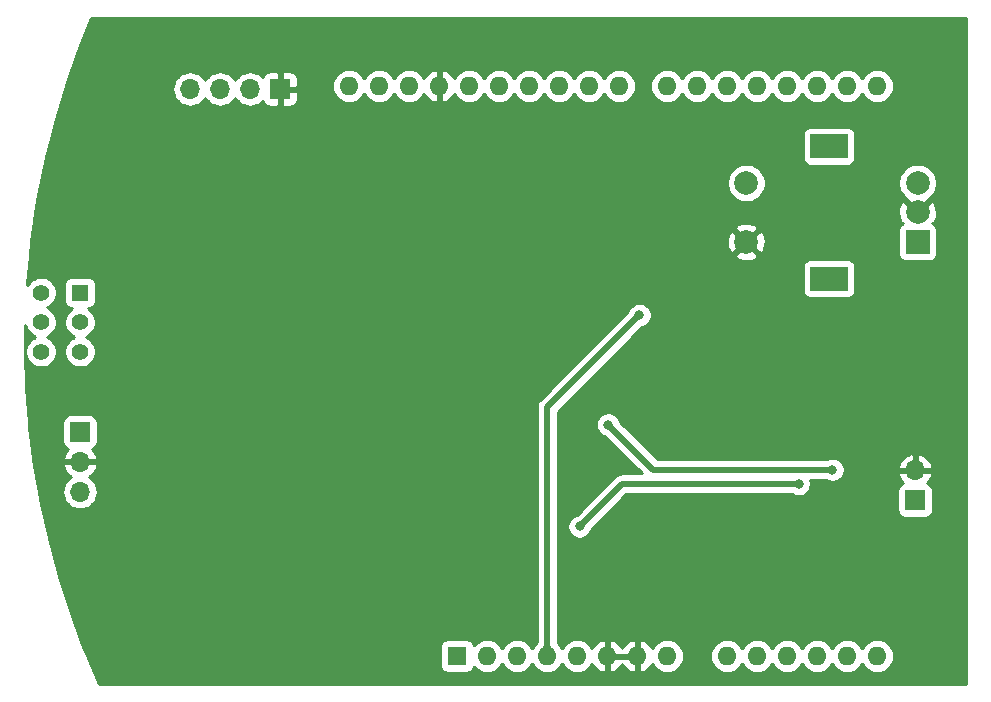
<source format=gbr>
%TF.GenerationSoftware,KiCad,Pcbnew,(5.0.1)-3*%
%TF.CreationDate,2020-11-23T15:34:50+02:00*%
%TF.ProjectId,Function_generator,46756E6374696F6E5F67656E65726174,rev?*%
%TF.SameCoordinates,Original*%
%TF.FileFunction,Copper,L2,Bot,Signal*%
%TF.FilePolarity,Positive*%
%FSLAX46Y46*%
G04 Gerber Fmt 4.6, Leading zero omitted, Abs format (unit mm)*
G04 Created by KiCad (PCBNEW (5.0.1)-3) date 23.11.2020 15:34:50*
%MOMM*%
%LPD*%
G01*
G04 APERTURE LIST*
%TA.AperFunction,ComponentPad*%
%ADD10O,1.600000X1.600000*%
%TD*%
%TA.AperFunction,ComponentPad*%
%ADD11R,1.600000X1.600000*%
%TD*%
%TA.AperFunction,ComponentPad*%
%ADD12R,1.700000X1.700000*%
%TD*%
%TA.AperFunction,ComponentPad*%
%ADD13O,1.700000X1.700000*%
%TD*%
%TA.AperFunction,ComponentPad*%
%ADD14C,2.000000*%
%TD*%
%TA.AperFunction,ComponentPad*%
%ADD15R,3.200000X2.000000*%
%TD*%
%TA.AperFunction,ComponentPad*%
%ADD16R,2.000000X2.000000*%
%TD*%
%TA.AperFunction,ComponentPad*%
%ADD17R,1.400000X1.400000*%
%TD*%
%TA.AperFunction,ComponentPad*%
%ADD18C,1.400000*%
%TD*%
%TA.AperFunction,ViaPad*%
%ADD19C,0.800000*%
%TD*%
%TA.AperFunction,Conductor*%
%ADD20C,0.500000*%
%TD*%
%TA.AperFunction,Conductor*%
%ADD21C,0.254000*%
%TD*%
G04 APERTURE END LIST*
D10*
%TO.P,A1,32*%
%TO.N,Net-(A1-Pad32)*%
X108081000Y-57912000D03*
%TO.P,A1,31*%
%TO.N,Net-(A1-Pad31)*%
X110621000Y-57912000D03*
D11*
%TO.P,A1,1*%
%TO.N,Net-(A1-Pad1)*%
X117221000Y-106172000D03*
D10*
%TO.P,A1,17*%
%TO.N,Net-(A1-Pad17)*%
X147701000Y-57912000D03*
%TO.P,A1,2*%
%TO.N,Net-(A1-Pad2)*%
X119761000Y-106172000D03*
%TO.P,A1,18*%
%TO.N,Net-(A1-Pad18)*%
X145161000Y-57912000D03*
%TO.P,A1,3*%
%TO.N,Net-(A1-Pad3)*%
X122301000Y-106172000D03*
%TO.P,A1,19*%
%TO.N,Net-(A1-Pad19)*%
X142621000Y-57912000D03*
%TO.P,A1,4*%
%TO.N,+3.3V*%
X124841000Y-106172000D03*
%TO.P,A1,20*%
%TO.N,Net-(A1-Pad20)*%
X140081000Y-57912000D03*
%TO.P,A1,5*%
%TO.N,+5V*%
X127381000Y-106172000D03*
%TO.P,A1,21*%
%TO.N,Net-(A1-Pad21)*%
X137541000Y-57912000D03*
%TO.P,A1,6*%
%TO.N,GNDREF*%
X129921000Y-106172000D03*
%TO.P,A1,22*%
%TO.N,Net-(A1-Pad22)*%
X135001000Y-57912000D03*
%TO.P,A1,7*%
%TO.N,GNDREF*%
X132461000Y-106172000D03*
%TO.P,A1,23*%
%TO.N,Net-(A1-Pad23)*%
X130941000Y-57912000D03*
%TO.P,A1,8*%
%TO.N,+12V*%
X135001000Y-106172000D03*
%TO.P,A1,24*%
%TO.N,Net-(A1-Pad24)*%
X128401000Y-57912000D03*
%TO.P,A1,9*%
%TO.N,Net-(A1-Pad9)*%
X140081000Y-106172000D03*
%TO.P,A1,25*%
%TO.N,FSYNC*%
X125861000Y-57912000D03*
%TO.P,A1,10*%
%TO.N,Net-(A1-Pad10)*%
X142621000Y-106172000D03*
%TO.P,A1,26*%
%TO.N,SDATA*%
X123321000Y-57912000D03*
%TO.P,A1,11*%
%TO.N,Net-(A1-Pad11)*%
X145161000Y-106172000D03*
%TO.P,A1,27*%
%TO.N,Net-(A1-Pad27)*%
X120781000Y-57912000D03*
%TO.P,A1,12*%
%TO.N,Net-(A1-Pad12)*%
X147701000Y-106172000D03*
%TO.P,A1,28*%
%TO.N,SCLK*%
X118241000Y-57912000D03*
%TO.P,A1,13*%
%TO.N,Net-(A1-Pad13)*%
X150241000Y-106172000D03*
%TO.P,A1,29*%
%TO.N,GNDREF*%
X115701000Y-57912000D03*
%TO.P,A1,14*%
%TO.N,Net-(A1-Pad14)*%
X152781000Y-106172000D03*
%TO.P,A1,30*%
%TO.N,Net-(A1-Pad30)*%
X113161000Y-57912000D03*
%TO.P,A1,15*%
%TO.N,Net-(A1-Pad15)*%
X152781000Y-57912000D03*
%TO.P,A1,16*%
%TO.N,Net-(A1-Pad16)*%
X150241000Y-57912000D03*
%TD*%
D12*
%TO.P,J1,1*%
%TO.N,Net-(J1-Pad1)*%
X156000000Y-93000000D03*
D13*
%TO.P,J1,2*%
%TO.N,GNDREF*%
X156000000Y-90460000D03*
%TD*%
D12*
%TO.P,J2,1*%
%TO.N,Net-(J2-Pad1)*%
X85300000Y-87200000D03*
D13*
%TO.P,J2,2*%
%TO.N,GNDREF*%
X85300000Y-89740000D03*
%TO.P,J2,3*%
%TO.N,Net-(J2-Pad3)*%
X85300000Y-92280000D03*
%TD*%
D14*
%TO.P,SW2,S1*%
%TO.N,Net-(A1-Pad20)*%
X141710000Y-66120000D03*
%TO.P,SW2,S2*%
%TO.N,GNDREF*%
X141710000Y-71120000D03*
D15*
%TO.P,SW2,MP*%
%TO.N,N/C*%
X148710000Y-63020000D03*
X148710000Y-74220000D03*
D14*
%TO.P,SW2,B*%
%TO.N,Net-(A1-Pad18)*%
X156210000Y-66120000D03*
%TO.P,SW2,C*%
%TO.N,GNDREF*%
X156210000Y-68620000D03*
D16*
%TO.P,SW2,A*%
%TO.N,Net-(A1-Pad19)*%
X156210000Y-71120000D03*
%TD*%
D12*
%TO.P,DS1,1*%
%TO.N,GNDREF*%
X102235000Y-58166000D03*
D13*
%TO.P,DS1,2*%
%TO.N,+5V*%
X99695000Y-58166000D03*
%TO.P,DS1,3*%
%TO.N,Net-(A1-Pad31)*%
X97155000Y-58166000D03*
%TO.P,DS1,4*%
%TO.N,Net-(A1-Pad32)*%
X94615000Y-58166000D03*
%TD*%
D17*
%TO.P,SW1,1*%
%TO.N,Net-(C8-Pad1)*%
X85300000Y-75400000D03*
D18*
%TO.P,SW1,2*%
%TO.N,Net-(J2-Pad3)*%
X85300000Y-77900000D03*
%TO.P,SW1,3*%
%TO.N,Net-(SW1-Pad3)*%
X85300000Y-80400000D03*
%TO.P,SW1,4*%
%TO.N,Net-(C9-Pad2)*%
X82000000Y-75400000D03*
%TO.P,SW1,5*%
%TO.N,Net-(J2-Pad1)*%
X82000000Y-77900000D03*
%TO.P,SW1,6*%
%TO.N,Net-(SW1-Pad6)*%
X82000000Y-80400000D03*
%TD*%
D19*
%TO.N,GNDREF*%
X128200000Y-63900000D03*
%TO.N,+3.3V*%
X124800000Y-105600000D03*
X132652000Y-77305500D03*
%TO.N,GNDREF*%
X136652000Y-67056000D03*
X132588000Y-64516000D03*
%TO.N,Net-(J1-Pad1)*%
X127600000Y-95200000D03*
X146150000Y-91600000D03*
%TO.N,Net-(R1-Pad1)*%
X149000000Y-90400000D03*
X130016000Y-86586500D03*
%TD*%
D20*
%TO.N,+3.3V*%
X124841000Y-85116500D02*
X132652000Y-77305500D01*
X124841000Y-106172000D02*
X124841000Y-85116500D01*
%TO.N,Net-(J1-Pad1)*%
X131200000Y-91600000D02*
X127600000Y-95200000D01*
X146150000Y-91600000D02*
X131200000Y-91600000D01*
%TO.N,Net-(R1-Pad1)*%
X133829500Y-90400000D02*
X130016000Y-86586500D01*
X149000000Y-90400000D02*
X133829500Y-90400000D01*
%TD*%
D21*
%TO.N,GNDREF*%
G36*
X160315001Y-108515080D02*
X86925671Y-108523533D01*
X85787404Y-105901794D01*
X85586485Y-105372000D01*
X115782928Y-105372000D01*
X115782928Y-106972000D01*
X115795188Y-107096482D01*
X115831498Y-107216180D01*
X115890463Y-107326494D01*
X115969815Y-107423185D01*
X116066506Y-107502537D01*
X116176820Y-107561502D01*
X116296518Y-107597812D01*
X116421000Y-107610072D01*
X118021000Y-107610072D01*
X118145482Y-107597812D01*
X118265180Y-107561502D01*
X118375494Y-107502537D01*
X118472185Y-107423185D01*
X118551537Y-107326494D01*
X118610502Y-107216180D01*
X118646812Y-107096482D01*
X118648581Y-107078518D01*
X118741392Y-107191608D01*
X118959899Y-107370932D01*
X119209192Y-107504182D01*
X119479691Y-107586236D01*
X119690508Y-107607000D01*
X119831492Y-107607000D01*
X120042309Y-107586236D01*
X120312808Y-107504182D01*
X120562101Y-107370932D01*
X120780608Y-107191608D01*
X120959932Y-106973101D01*
X121031000Y-106840142D01*
X121102068Y-106973101D01*
X121281392Y-107191608D01*
X121499899Y-107370932D01*
X121749192Y-107504182D01*
X122019691Y-107586236D01*
X122230508Y-107607000D01*
X122371492Y-107607000D01*
X122582309Y-107586236D01*
X122852808Y-107504182D01*
X123102101Y-107370932D01*
X123320608Y-107191608D01*
X123499932Y-106973101D01*
X123571000Y-106840142D01*
X123642068Y-106973101D01*
X123821392Y-107191608D01*
X124039899Y-107370932D01*
X124289192Y-107504182D01*
X124559691Y-107586236D01*
X124770508Y-107607000D01*
X124911492Y-107607000D01*
X125122309Y-107586236D01*
X125392808Y-107504182D01*
X125642101Y-107370932D01*
X125860608Y-107191608D01*
X126039932Y-106973101D01*
X126111000Y-106840142D01*
X126182068Y-106973101D01*
X126361392Y-107191608D01*
X126579899Y-107370932D01*
X126829192Y-107504182D01*
X127099691Y-107586236D01*
X127310508Y-107607000D01*
X127451492Y-107607000D01*
X127662309Y-107586236D01*
X127932808Y-107504182D01*
X128182101Y-107370932D01*
X128400608Y-107191608D01*
X128579932Y-106973101D01*
X128653579Y-106835318D01*
X128768615Y-107027131D01*
X128957586Y-107235519D01*
X129183580Y-107403037D01*
X129437913Y-107523246D01*
X129571961Y-107563904D01*
X129794000Y-107441915D01*
X129794000Y-106299000D01*
X130048000Y-106299000D01*
X130048000Y-107441915D01*
X130270039Y-107563904D01*
X130404087Y-107523246D01*
X130658420Y-107403037D01*
X130884414Y-107235519D01*
X131073385Y-107027131D01*
X131191000Y-106831018D01*
X131308615Y-107027131D01*
X131497586Y-107235519D01*
X131723580Y-107403037D01*
X131977913Y-107523246D01*
X132111961Y-107563904D01*
X132334000Y-107441915D01*
X132334000Y-106299000D01*
X130048000Y-106299000D01*
X129794000Y-106299000D01*
X129774000Y-106299000D01*
X129774000Y-106045000D01*
X129794000Y-106045000D01*
X129794000Y-104902085D01*
X130048000Y-104902085D01*
X130048000Y-106045000D01*
X132334000Y-106045000D01*
X132334000Y-104902085D01*
X132588000Y-104902085D01*
X132588000Y-106045000D01*
X132608000Y-106045000D01*
X132608000Y-106299000D01*
X132588000Y-106299000D01*
X132588000Y-107441915D01*
X132810039Y-107563904D01*
X132944087Y-107523246D01*
X133198420Y-107403037D01*
X133424414Y-107235519D01*
X133613385Y-107027131D01*
X133728421Y-106835318D01*
X133802068Y-106973101D01*
X133981392Y-107191608D01*
X134199899Y-107370932D01*
X134449192Y-107504182D01*
X134719691Y-107586236D01*
X134930508Y-107607000D01*
X135071492Y-107607000D01*
X135282309Y-107586236D01*
X135552808Y-107504182D01*
X135802101Y-107370932D01*
X136020608Y-107191608D01*
X136199932Y-106973101D01*
X136333182Y-106723808D01*
X136415236Y-106453309D01*
X136442943Y-106172000D01*
X138639057Y-106172000D01*
X138666764Y-106453309D01*
X138748818Y-106723808D01*
X138882068Y-106973101D01*
X139061392Y-107191608D01*
X139279899Y-107370932D01*
X139529192Y-107504182D01*
X139799691Y-107586236D01*
X140010508Y-107607000D01*
X140151492Y-107607000D01*
X140362309Y-107586236D01*
X140632808Y-107504182D01*
X140882101Y-107370932D01*
X141100608Y-107191608D01*
X141279932Y-106973101D01*
X141351000Y-106840142D01*
X141422068Y-106973101D01*
X141601392Y-107191608D01*
X141819899Y-107370932D01*
X142069192Y-107504182D01*
X142339691Y-107586236D01*
X142550508Y-107607000D01*
X142691492Y-107607000D01*
X142902309Y-107586236D01*
X143172808Y-107504182D01*
X143422101Y-107370932D01*
X143640608Y-107191608D01*
X143819932Y-106973101D01*
X143891000Y-106840142D01*
X143962068Y-106973101D01*
X144141392Y-107191608D01*
X144359899Y-107370932D01*
X144609192Y-107504182D01*
X144879691Y-107586236D01*
X145090508Y-107607000D01*
X145231492Y-107607000D01*
X145442309Y-107586236D01*
X145712808Y-107504182D01*
X145962101Y-107370932D01*
X146180608Y-107191608D01*
X146359932Y-106973101D01*
X146431000Y-106840142D01*
X146502068Y-106973101D01*
X146681392Y-107191608D01*
X146899899Y-107370932D01*
X147149192Y-107504182D01*
X147419691Y-107586236D01*
X147630508Y-107607000D01*
X147771492Y-107607000D01*
X147982309Y-107586236D01*
X148252808Y-107504182D01*
X148502101Y-107370932D01*
X148720608Y-107191608D01*
X148899932Y-106973101D01*
X148971000Y-106840142D01*
X149042068Y-106973101D01*
X149221392Y-107191608D01*
X149439899Y-107370932D01*
X149689192Y-107504182D01*
X149959691Y-107586236D01*
X150170508Y-107607000D01*
X150311492Y-107607000D01*
X150522309Y-107586236D01*
X150792808Y-107504182D01*
X151042101Y-107370932D01*
X151260608Y-107191608D01*
X151439932Y-106973101D01*
X151511000Y-106840142D01*
X151582068Y-106973101D01*
X151761392Y-107191608D01*
X151979899Y-107370932D01*
X152229192Y-107504182D01*
X152499691Y-107586236D01*
X152710508Y-107607000D01*
X152851492Y-107607000D01*
X153062309Y-107586236D01*
X153332808Y-107504182D01*
X153582101Y-107370932D01*
X153800608Y-107191608D01*
X153979932Y-106973101D01*
X154113182Y-106723808D01*
X154195236Y-106453309D01*
X154222943Y-106172000D01*
X154195236Y-105890691D01*
X154113182Y-105620192D01*
X153979932Y-105370899D01*
X153800608Y-105152392D01*
X153582101Y-104973068D01*
X153332808Y-104839818D01*
X153062309Y-104757764D01*
X152851492Y-104737000D01*
X152710508Y-104737000D01*
X152499691Y-104757764D01*
X152229192Y-104839818D01*
X151979899Y-104973068D01*
X151761392Y-105152392D01*
X151582068Y-105370899D01*
X151511000Y-105503858D01*
X151439932Y-105370899D01*
X151260608Y-105152392D01*
X151042101Y-104973068D01*
X150792808Y-104839818D01*
X150522309Y-104757764D01*
X150311492Y-104737000D01*
X150170508Y-104737000D01*
X149959691Y-104757764D01*
X149689192Y-104839818D01*
X149439899Y-104973068D01*
X149221392Y-105152392D01*
X149042068Y-105370899D01*
X148971000Y-105503858D01*
X148899932Y-105370899D01*
X148720608Y-105152392D01*
X148502101Y-104973068D01*
X148252808Y-104839818D01*
X147982309Y-104757764D01*
X147771492Y-104737000D01*
X147630508Y-104737000D01*
X147419691Y-104757764D01*
X147149192Y-104839818D01*
X146899899Y-104973068D01*
X146681392Y-105152392D01*
X146502068Y-105370899D01*
X146431000Y-105503858D01*
X146359932Y-105370899D01*
X146180608Y-105152392D01*
X145962101Y-104973068D01*
X145712808Y-104839818D01*
X145442309Y-104757764D01*
X145231492Y-104737000D01*
X145090508Y-104737000D01*
X144879691Y-104757764D01*
X144609192Y-104839818D01*
X144359899Y-104973068D01*
X144141392Y-105152392D01*
X143962068Y-105370899D01*
X143891000Y-105503858D01*
X143819932Y-105370899D01*
X143640608Y-105152392D01*
X143422101Y-104973068D01*
X143172808Y-104839818D01*
X142902309Y-104757764D01*
X142691492Y-104737000D01*
X142550508Y-104737000D01*
X142339691Y-104757764D01*
X142069192Y-104839818D01*
X141819899Y-104973068D01*
X141601392Y-105152392D01*
X141422068Y-105370899D01*
X141351000Y-105503858D01*
X141279932Y-105370899D01*
X141100608Y-105152392D01*
X140882101Y-104973068D01*
X140632808Y-104839818D01*
X140362309Y-104757764D01*
X140151492Y-104737000D01*
X140010508Y-104737000D01*
X139799691Y-104757764D01*
X139529192Y-104839818D01*
X139279899Y-104973068D01*
X139061392Y-105152392D01*
X138882068Y-105370899D01*
X138748818Y-105620192D01*
X138666764Y-105890691D01*
X138639057Y-106172000D01*
X136442943Y-106172000D01*
X136415236Y-105890691D01*
X136333182Y-105620192D01*
X136199932Y-105370899D01*
X136020608Y-105152392D01*
X135802101Y-104973068D01*
X135552808Y-104839818D01*
X135282309Y-104757764D01*
X135071492Y-104737000D01*
X134930508Y-104737000D01*
X134719691Y-104757764D01*
X134449192Y-104839818D01*
X134199899Y-104973068D01*
X133981392Y-105152392D01*
X133802068Y-105370899D01*
X133728421Y-105508682D01*
X133613385Y-105316869D01*
X133424414Y-105108481D01*
X133198420Y-104940963D01*
X132944087Y-104820754D01*
X132810039Y-104780096D01*
X132588000Y-104902085D01*
X132334000Y-104902085D01*
X132111961Y-104780096D01*
X131977913Y-104820754D01*
X131723580Y-104940963D01*
X131497586Y-105108481D01*
X131308615Y-105316869D01*
X131191000Y-105512982D01*
X131073385Y-105316869D01*
X130884414Y-105108481D01*
X130658420Y-104940963D01*
X130404087Y-104820754D01*
X130270039Y-104780096D01*
X130048000Y-104902085D01*
X129794000Y-104902085D01*
X129571961Y-104780096D01*
X129437913Y-104820754D01*
X129183580Y-104940963D01*
X128957586Y-105108481D01*
X128768615Y-105316869D01*
X128653579Y-105508682D01*
X128579932Y-105370899D01*
X128400608Y-105152392D01*
X128182101Y-104973068D01*
X127932808Y-104839818D01*
X127662309Y-104757764D01*
X127451492Y-104737000D01*
X127310508Y-104737000D01*
X127099691Y-104757764D01*
X126829192Y-104839818D01*
X126579899Y-104973068D01*
X126361392Y-105152392D01*
X126182068Y-105370899D01*
X126111000Y-105503858D01*
X126039932Y-105370899D01*
X125860608Y-105152392D01*
X125726000Y-105041922D01*
X125726000Y-95098061D01*
X126565000Y-95098061D01*
X126565000Y-95301939D01*
X126604774Y-95501898D01*
X126682795Y-95690256D01*
X126796063Y-95859774D01*
X126940226Y-96003937D01*
X127109744Y-96117205D01*
X127298102Y-96195226D01*
X127498061Y-96235000D01*
X127701939Y-96235000D01*
X127901898Y-96195226D01*
X128090256Y-96117205D01*
X128259774Y-96003937D01*
X128403937Y-95859774D01*
X128517205Y-95690256D01*
X128595226Y-95501898D01*
X128606535Y-95445043D01*
X131566579Y-92485000D01*
X145611546Y-92485000D01*
X145659744Y-92517205D01*
X145848102Y-92595226D01*
X146048061Y-92635000D01*
X146251939Y-92635000D01*
X146451898Y-92595226D01*
X146640256Y-92517205D01*
X146809774Y-92403937D01*
X146953937Y-92259774D01*
X147027285Y-92150000D01*
X154511928Y-92150000D01*
X154511928Y-93850000D01*
X154524188Y-93974482D01*
X154560498Y-94094180D01*
X154619463Y-94204494D01*
X154698815Y-94301185D01*
X154795506Y-94380537D01*
X154905820Y-94439502D01*
X155025518Y-94475812D01*
X155150000Y-94488072D01*
X156850000Y-94488072D01*
X156974482Y-94475812D01*
X157094180Y-94439502D01*
X157204494Y-94380537D01*
X157301185Y-94301185D01*
X157380537Y-94204494D01*
X157439502Y-94094180D01*
X157475812Y-93974482D01*
X157488072Y-93850000D01*
X157488072Y-92150000D01*
X157475812Y-92025518D01*
X157439502Y-91905820D01*
X157380537Y-91795506D01*
X157301185Y-91698815D01*
X157204494Y-91619463D01*
X157094180Y-91560498D01*
X157013534Y-91536034D01*
X157097588Y-91460269D01*
X157271641Y-91226920D01*
X157396825Y-90964099D01*
X157441476Y-90816890D01*
X157320155Y-90587000D01*
X156127000Y-90587000D01*
X156127000Y-90607000D01*
X155873000Y-90607000D01*
X155873000Y-90587000D01*
X154679845Y-90587000D01*
X154558524Y-90816890D01*
X154603175Y-90964099D01*
X154728359Y-91226920D01*
X154902412Y-91460269D01*
X154986466Y-91536034D01*
X154905820Y-91560498D01*
X154795506Y-91619463D01*
X154698815Y-91698815D01*
X154619463Y-91795506D01*
X154560498Y-91905820D01*
X154524188Y-92025518D01*
X154511928Y-92150000D01*
X147027285Y-92150000D01*
X147067205Y-92090256D01*
X147145226Y-91901898D01*
X147185000Y-91701939D01*
X147185000Y-91498061D01*
X147145226Y-91298102D01*
X147139799Y-91285000D01*
X148461546Y-91285000D01*
X148509744Y-91317205D01*
X148698102Y-91395226D01*
X148898061Y-91435000D01*
X149101939Y-91435000D01*
X149301898Y-91395226D01*
X149490256Y-91317205D01*
X149659774Y-91203937D01*
X149803937Y-91059774D01*
X149917205Y-90890256D01*
X149995226Y-90701898D01*
X150035000Y-90501939D01*
X150035000Y-90298061D01*
X149996223Y-90103110D01*
X154558524Y-90103110D01*
X154679845Y-90333000D01*
X155873000Y-90333000D01*
X155873000Y-89139186D01*
X156127000Y-89139186D01*
X156127000Y-90333000D01*
X157320155Y-90333000D01*
X157441476Y-90103110D01*
X157396825Y-89955901D01*
X157271641Y-89693080D01*
X157097588Y-89459731D01*
X156881355Y-89264822D01*
X156631252Y-89115843D01*
X156356891Y-89018519D01*
X156127000Y-89139186D01*
X155873000Y-89139186D01*
X155643109Y-89018519D01*
X155368748Y-89115843D01*
X155118645Y-89264822D01*
X154902412Y-89459731D01*
X154728359Y-89693080D01*
X154603175Y-89955901D01*
X154558524Y-90103110D01*
X149996223Y-90103110D01*
X149995226Y-90098102D01*
X149917205Y-89909744D01*
X149803937Y-89740226D01*
X149659774Y-89596063D01*
X149490256Y-89482795D01*
X149301898Y-89404774D01*
X149101939Y-89365000D01*
X148898061Y-89365000D01*
X148698102Y-89404774D01*
X148509744Y-89482795D01*
X148461546Y-89515000D01*
X134196079Y-89515000D01*
X131022535Y-86341457D01*
X131011226Y-86284602D01*
X130933205Y-86096244D01*
X130819937Y-85926726D01*
X130675774Y-85782563D01*
X130506256Y-85669295D01*
X130317898Y-85591274D01*
X130117939Y-85551500D01*
X129914061Y-85551500D01*
X129714102Y-85591274D01*
X129525744Y-85669295D01*
X129356226Y-85782563D01*
X129212063Y-85926726D01*
X129098795Y-86096244D01*
X129020774Y-86284602D01*
X128981000Y-86484561D01*
X128981000Y-86688439D01*
X129020774Y-86888398D01*
X129098795Y-87076756D01*
X129212063Y-87246274D01*
X129356226Y-87390437D01*
X129525744Y-87503705D01*
X129714102Y-87581726D01*
X129770957Y-87593035D01*
X132892921Y-90715000D01*
X131243469Y-90715000D01*
X131200000Y-90710719D01*
X131156531Y-90715000D01*
X131156523Y-90715000D01*
X131026510Y-90727805D01*
X130859687Y-90778411D01*
X130733535Y-90845840D01*
X130705941Y-90860589D01*
X130604953Y-90943468D01*
X130604951Y-90943470D01*
X130571183Y-90971183D01*
X130543470Y-91004951D01*
X127354957Y-94193465D01*
X127298102Y-94204774D01*
X127109744Y-94282795D01*
X126940226Y-94396063D01*
X126796063Y-94540226D01*
X126682795Y-94709744D01*
X126604774Y-94898102D01*
X126565000Y-95098061D01*
X125726000Y-95098061D01*
X125726000Y-85483078D01*
X132897044Y-78312035D01*
X132953898Y-78300726D01*
X133142256Y-78222705D01*
X133311774Y-78109437D01*
X133455937Y-77965274D01*
X133569205Y-77795756D01*
X133647226Y-77607398D01*
X133687000Y-77407439D01*
X133687000Y-77203561D01*
X133647226Y-77003602D01*
X133569205Y-76815244D01*
X133455937Y-76645726D01*
X133311774Y-76501563D01*
X133142256Y-76388295D01*
X132953898Y-76310274D01*
X132753939Y-76270500D01*
X132550061Y-76270500D01*
X132350102Y-76310274D01*
X132161744Y-76388295D01*
X131992226Y-76501563D01*
X131848063Y-76645726D01*
X131734795Y-76815244D01*
X131656774Y-77003602D01*
X131645465Y-77060456D01*
X124245952Y-84459970D01*
X124212184Y-84487683D01*
X124184471Y-84521451D01*
X124184468Y-84521454D01*
X124101590Y-84622441D01*
X124019412Y-84776187D01*
X123968805Y-84943010D01*
X123951719Y-85116500D01*
X123956001Y-85159979D01*
X123956000Y-105000185D01*
X123894252Y-105092597D01*
X123821392Y-105152392D01*
X123642068Y-105370899D01*
X123571000Y-105503858D01*
X123499932Y-105370899D01*
X123320608Y-105152392D01*
X123102101Y-104973068D01*
X122852808Y-104839818D01*
X122582309Y-104757764D01*
X122371492Y-104737000D01*
X122230508Y-104737000D01*
X122019691Y-104757764D01*
X121749192Y-104839818D01*
X121499899Y-104973068D01*
X121281392Y-105152392D01*
X121102068Y-105370899D01*
X121031000Y-105503858D01*
X120959932Y-105370899D01*
X120780608Y-105152392D01*
X120562101Y-104973068D01*
X120312808Y-104839818D01*
X120042309Y-104757764D01*
X119831492Y-104737000D01*
X119690508Y-104737000D01*
X119479691Y-104757764D01*
X119209192Y-104839818D01*
X118959899Y-104973068D01*
X118741392Y-105152392D01*
X118648581Y-105265482D01*
X118646812Y-105247518D01*
X118610502Y-105127820D01*
X118551537Y-105017506D01*
X118472185Y-104920815D01*
X118375494Y-104841463D01*
X118265180Y-104782498D01*
X118145482Y-104746188D01*
X118021000Y-104733928D01*
X116421000Y-104733928D01*
X116296518Y-104746188D01*
X116176820Y-104782498D01*
X116066506Y-104841463D01*
X115969815Y-104920815D01*
X115890463Y-105017506D01*
X115831498Y-105127820D01*
X115795188Y-105247518D01*
X115782928Y-105372000D01*
X85586485Y-105372000D01*
X84620257Y-102824211D01*
X83599380Y-99695064D01*
X82727045Y-96521321D01*
X82005177Y-93309987D01*
X81824141Y-92280000D01*
X83807815Y-92280000D01*
X83836487Y-92571111D01*
X83921401Y-92851034D01*
X84059294Y-93109014D01*
X84244866Y-93335134D01*
X84470986Y-93520706D01*
X84728966Y-93658599D01*
X85008889Y-93743513D01*
X85227050Y-93765000D01*
X85372950Y-93765000D01*
X85591111Y-93743513D01*
X85871034Y-93658599D01*
X86129014Y-93520706D01*
X86355134Y-93335134D01*
X86540706Y-93109014D01*
X86678599Y-92851034D01*
X86763513Y-92571111D01*
X86792185Y-92280000D01*
X86763513Y-91988889D01*
X86678599Y-91708966D01*
X86540706Y-91450986D01*
X86355134Y-91224866D01*
X86129014Y-91039294D01*
X86064477Y-91004799D01*
X86181355Y-90935178D01*
X86397588Y-90740269D01*
X86571641Y-90506920D01*
X86696825Y-90244099D01*
X86741476Y-90096890D01*
X86620155Y-89867000D01*
X85427000Y-89867000D01*
X85427000Y-89887000D01*
X85173000Y-89887000D01*
X85173000Y-89867000D01*
X83979845Y-89867000D01*
X83858524Y-90096890D01*
X83903175Y-90244099D01*
X84028359Y-90506920D01*
X84202412Y-90740269D01*
X84418645Y-90935178D01*
X84535523Y-91004799D01*
X84470986Y-91039294D01*
X84244866Y-91224866D01*
X84059294Y-91450986D01*
X83921401Y-91708966D01*
X83836487Y-91988889D01*
X83807815Y-92280000D01*
X81824141Y-92280000D01*
X81435385Y-90068216D01*
X81018935Y-86803202D01*
X80982720Y-86350000D01*
X83811928Y-86350000D01*
X83811928Y-88050000D01*
X83824188Y-88174482D01*
X83860498Y-88294180D01*
X83919463Y-88404494D01*
X83998815Y-88501185D01*
X84095506Y-88580537D01*
X84205820Y-88639502D01*
X84286466Y-88663966D01*
X84202412Y-88739731D01*
X84028359Y-88973080D01*
X83903175Y-89235901D01*
X83858524Y-89383110D01*
X83979845Y-89613000D01*
X85173000Y-89613000D01*
X85173000Y-89593000D01*
X85427000Y-89593000D01*
X85427000Y-89613000D01*
X86620155Y-89613000D01*
X86741476Y-89383110D01*
X86696825Y-89235901D01*
X86571641Y-88973080D01*
X86397588Y-88739731D01*
X86313534Y-88663966D01*
X86394180Y-88639502D01*
X86504494Y-88580537D01*
X86601185Y-88501185D01*
X86680537Y-88404494D01*
X86739502Y-88294180D01*
X86775812Y-88174482D01*
X86788072Y-88050000D01*
X86788072Y-86350000D01*
X86775812Y-86225518D01*
X86739502Y-86105820D01*
X86680537Y-85995506D01*
X86601185Y-85898815D01*
X86504494Y-85819463D01*
X86394180Y-85760498D01*
X86274482Y-85724188D01*
X86150000Y-85711928D01*
X84450000Y-85711928D01*
X84325518Y-85724188D01*
X84205820Y-85760498D01*
X84095506Y-85819463D01*
X83998815Y-85898815D01*
X83919463Y-85995506D01*
X83860498Y-86105820D01*
X83824188Y-86225518D01*
X83811928Y-86350000D01*
X80982720Y-86350000D01*
X80756752Y-83522220D01*
X80649413Y-80232488D01*
X80680235Y-78108076D01*
X80716304Y-78289405D01*
X80816939Y-78532359D01*
X80963038Y-78751013D01*
X81148987Y-78936962D01*
X81367641Y-79083061D01*
X81529246Y-79150000D01*
X81367641Y-79216939D01*
X81148987Y-79363038D01*
X80963038Y-79548987D01*
X80816939Y-79767641D01*
X80716304Y-80010595D01*
X80665000Y-80268514D01*
X80665000Y-80531486D01*
X80716304Y-80789405D01*
X80816939Y-81032359D01*
X80963038Y-81251013D01*
X81148987Y-81436962D01*
X81367641Y-81583061D01*
X81610595Y-81683696D01*
X81868514Y-81735000D01*
X82131486Y-81735000D01*
X82389405Y-81683696D01*
X82632359Y-81583061D01*
X82851013Y-81436962D01*
X83036962Y-81251013D01*
X83183061Y-81032359D01*
X83283696Y-80789405D01*
X83335000Y-80531486D01*
X83335000Y-80268514D01*
X83283696Y-80010595D01*
X83183061Y-79767641D01*
X83036962Y-79548987D01*
X82851013Y-79363038D01*
X82632359Y-79216939D01*
X82470754Y-79150000D01*
X82632359Y-79083061D01*
X82851013Y-78936962D01*
X83036962Y-78751013D01*
X83183061Y-78532359D01*
X83283696Y-78289405D01*
X83335000Y-78031486D01*
X83335000Y-77768514D01*
X83283696Y-77510595D01*
X83183061Y-77267641D01*
X83036962Y-77048987D01*
X82851013Y-76863038D01*
X82632359Y-76716939D01*
X82470754Y-76650000D01*
X82632359Y-76583061D01*
X82851013Y-76436962D01*
X83036962Y-76251013D01*
X83183061Y-76032359D01*
X83283696Y-75789405D01*
X83335000Y-75531486D01*
X83335000Y-75268514D01*
X83283696Y-75010595D01*
X83183061Y-74767641D01*
X83137866Y-74700000D01*
X83961928Y-74700000D01*
X83961928Y-76100000D01*
X83974188Y-76224482D01*
X84010498Y-76344180D01*
X84069463Y-76454494D01*
X84148815Y-76551185D01*
X84245506Y-76630537D01*
X84355820Y-76689502D01*
X84475518Y-76725812D01*
X84600000Y-76738072D01*
X84636013Y-76738072D01*
X84448987Y-76863038D01*
X84263038Y-77048987D01*
X84116939Y-77267641D01*
X84016304Y-77510595D01*
X83965000Y-77768514D01*
X83965000Y-78031486D01*
X84016304Y-78289405D01*
X84116939Y-78532359D01*
X84263038Y-78751013D01*
X84448987Y-78936962D01*
X84667641Y-79083061D01*
X84829246Y-79150000D01*
X84667641Y-79216939D01*
X84448987Y-79363038D01*
X84263038Y-79548987D01*
X84116939Y-79767641D01*
X84016304Y-80010595D01*
X83965000Y-80268514D01*
X83965000Y-80531486D01*
X84016304Y-80789405D01*
X84116939Y-81032359D01*
X84263038Y-81251013D01*
X84448987Y-81436962D01*
X84667641Y-81583061D01*
X84910595Y-81683696D01*
X85168514Y-81735000D01*
X85431486Y-81735000D01*
X85689405Y-81683696D01*
X85932359Y-81583061D01*
X86151013Y-81436962D01*
X86336962Y-81251013D01*
X86483061Y-81032359D01*
X86583696Y-80789405D01*
X86635000Y-80531486D01*
X86635000Y-80268514D01*
X86583696Y-80010595D01*
X86483061Y-79767641D01*
X86336962Y-79548987D01*
X86151013Y-79363038D01*
X85932359Y-79216939D01*
X85770754Y-79150000D01*
X85932359Y-79083061D01*
X86151013Y-78936962D01*
X86336962Y-78751013D01*
X86483061Y-78532359D01*
X86583696Y-78289405D01*
X86635000Y-78031486D01*
X86635000Y-77768514D01*
X86583696Y-77510595D01*
X86483061Y-77267641D01*
X86336962Y-77048987D01*
X86151013Y-76863038D01*
X85963987Y-76738072D01*
X86000000Y-76738072D01*
X86124482Y-76725812D01*
X86244180Y-76689502D01*
X86354494Y-76630537D01*
X86451185Y-76551185D01*
X86530537Y-76454494D01*
X86589502Y-76344180D01*
X86625812Y-76224482D01*
X86638072Y-76100000D01*
X86638072Y-74700000D01*
X86625812Y-74575518D01*
X86589502Y-74455820D01*
X86530537Y-74345506D01*
X86451185Y-74248815D01*
X86354494Y-74169463D01*
X86244180Y-74110498D01*
X86124482Y-74074188D01*
X86000000Y-74061928D01*
X84600000Y-74061928D01*
X84475518Y-74074188D01*
X84355820Y-74110498D01*
X84245506Y-74169463D01*
X84148815Y-74248815D01*
X84069463Y-74345506D01*
X84010498Y-74455820D01*
X83974188Y-74575518D01*
X83961928Y-74700000D01*
X83137866Y-74700000D01*
X83036962Y-74548987D01*
X82851013Y-74363038D01*
X82632359Y-74216939D01*
X82389405Y-74116304D01*
X82131486Y-74065000D01*
X81868514Y-74065000D01*
X81610595Y-74116304D01*
X81367641Y-74216939D01*
X81148987Y-74363038D01*
X80963038Y-74548987D01*
X80832763Y-74743959D01*
X80899889Y-73656174D01*
X80947512Y-73220000D01*
X146471928Y-73220000D01*
X146471928Y-75220000D01*
X146484188Y-75344482D01*
X146520498Y-75464180D01*
X146579463Y-75574494D01*
X146658815Y-75671185D01*
X146755506Y-75750537D01*
X146865820Y-75809502D01*
X146985518Y-75845812D01*
X147110000Y-75858072D01*
X150310000Y-75858072D01*
X150434482Y-75845812D01*
X150554180Y-75809502D01*
X150664494Y-75750537D01*
X150761185Y-75671185D01*
X150840537Y-75574494D01*
X150899502Y-75464180D01*
X150935812Y-75344482D01*
X150948072Y-75220000D01*
X150948072Y-73220000D01*
X150935812Y-73095518D01*
X150899502Y-72975820D01*
X150840537Y-72865506D01*
X150761185Y-72768815D01*
X150664494Y-72689463D01*
X150554180Y-72630498D01*
X150434482Y-72594188D01*
X150310000Y-72581928D01*
X147110000Y-72581928D01*
X146985518Y-72594188D01*
X146865820Y-72630498D01*
X146755506Y-72689463D01*
X146658815Y-72768815D01*
X146579463Y-72865506D01*
X146520498Y-72975820D01*
X146484188Y-73095518D01*
X146471928Y-73220000D01*
X80947512Y-73220000D01*
X81052831Y-72255413D01*
X140754192Y-72255413D01*
X140849956Y-72519814D01*
X141139571Y-72660704D01*
X141451108Y-72742384D01*
X141772595Y-72761718D01*
X142091675Y-72717961D01*
X142396088Y-72612795D01*
X142570044Y-72519814D01*
X142665808Y-72255413D01*
X141710000Y-71299605D01*
X140754192Y-72255413D01*
X81052831Y-72255413D01*
X81169968Y-71182595D01*
X140068282Y-71182595D01*
X140112039Y-71501675D01*
X140217205Y-71806088D01*
X140310186Y-71980044D01*
X140574587Y-72075808D01*
X141530395Y-71120000D01*
X141889605Y-71120000D01*
X142845413Y-72075808D01*
X143109814Y-71980044D01*
X143250704Y-71690429D01*
X143332384Y-71378892D01*
X143351718Y-71057405D01*
X143307961Y-70738325D01*
X143202795Y-70433912D01*
X143109814Y-70259956D01*
X142845413Y-70164192D01*
X141889605Y-71120000D01*
X141530395Y-71120000D01*
X140574587Y-70164192D01*
X140310186Y-70259956D01*
X140169296Y-70549571D01*
X140087616Y-70861108D01*
X140068282Y-71182595D01*
X81169968Y-71182595D01*
X81257147Y-70384157D01*
X81319940Y-69984587D01*
X140754192Y-69984587D01*
X141710000Y-70940395D01*
X142665808Y-69984587D01*
X142570044Y-69720186D01*
X142280429Y-69579296D01*
X141968892Y-69497616D01*
X141647405Y-69478282D01*
X141328325Y-69522039D01*
X141023912Y-69627205D01*
X140849956Y-69720186D01*
X140754192Y-69984587D01*
X81319940Y-69984587D01*
X81524553Y-68682595D01*
X154568282Y-68682595D01*
X154612039Y-69001675D01*
X154717205Y-69306088D01*
X154810186Y-69480044D01*
X154959223Y-69534024D01*
X154855506Y-69589463D01*
X154758815Y-69668815D01*
X154679463Y-69765506D01*
X154620498Y-69875820D01*
X154584188Y-69995518D01*
X154571928Y-70120000D01*
X154571928Y-72120000D01*
X154584188Y-72244482D01*
X154620498Y-72364180D01*
X154679463Y-72474494D01*
X154758815Y-72571185D01*
X154855506Y-72650537D01*
X154965820Y-72709502D01*
X155085518Y-72745812D01*
X155210000Y-72758072D01*
X157210000Y-72758072D01*
X157334482Y-72745812D01*
X157454180Y-72709502D01*
X157564494Y-72650537D01*
X157661185Y-72571185D01*
X157740537Y-72474494D01*
X157799502Y-72364180D01*
X157835812Y-72244482D01*
X157848072Y-72120000D01*
X157848072Y-70120000D01*
X157835812Y-69995518D01*
X157799502Y-69875820D01*
X157740537Y-69765506D01*
X157661185Y-69668815D01*
X157564494Y-69589463D01*
X157460777Y-69534024D01*
X157609814Y-69480044D01*
X157750704Y-69190429D01*
X157832384Y-68878892D01*
X157851718Y-68557405D01*
X157807961Y-68238325D01*
X157702795Y-67933912D01*
X157609814Y-67759956D01*
X157345413Y-67664192D01*
X156389605Y-68620000D01*
X156403748Y-68634143D01*
X156224143Y-68813748D01*
X156210000Y-68799605D01*
X156195858Y-68813748D01*
X156016253Y-68634143D01*
X156030395Y-68620000D01*
X155074587Y-67664192D01*
X154810186Y-67759956D01*
X154669296Y-68049571D01*
X154587616Y-68361108D01*
X154568282Y-68682595D01*
X81524553Y-68682595D01*
X81768142Y-67132593D01*
X82009719Y-65958967D01*
X140075000Y-65958967D01*
X140075000Y-66281033D01*
X140137832Y-66596912D01*
X140261082Y-66894463D01*
X140440013Y-67162252D01*
X140667748Y-67389987D01*
X140935537Y-67568918D01*
X141233088Y-67692168D01*
X141548967Y-67755000D01*
X141871033Y-67755000D01*
X142186912Y-67692168D01*
X142484463Y-67568918D01*
X142752252Y-67389987D01*
X142979987Y-67162252D01*
X143158918Y-66894463D01*
X143282168Y-66596912D01*
X143345000Y-66281033D01*
X143345000Y-65958967D01*
X154575000Y-65958967D01*
X154575000Y-66281033D01*
X154637832Y-66596912D01*
X154761082Y-66894463D01*
X154940013Y-67162252D01*
X155167748Y-67389987D01*
X155264935Y-67454925D01*
X155254192Y-67484587D01*
X156210000Y-68440395D01*
X157165808Y-67484587D01*
X157155065Y-67454925D01*
X157252252Y-67389987D01*
X157479987Y-67162252D01*
X157658918Y-66894463D01*
X157782168Y-66596912D01*
X157845000Y-66281033D01*
X157845000Y-65958967D01*
X157782168Y-65643088D01*
X157658918Y-65345537D01*
X157479987Y-65077748D01*
X157252252Y-64850013D01*
X156984463Y-64671082D01*
X156686912Y-64547832D01*
X156371033Y-64485000D01*
X156048967Y-64485000D01*
X155733088Y-64547832D01*
X155435537Y-64671082D01*
X155167748Y-64850013D01*
X154940013Y-65077748D01*
X154761082Y-65345537D01*
X154637832Y-65643088D01*
X154575000Y-65958967D01*
X143345000Y-65958967D01*
X143282168Y-65643088D01*
X143158918Y-65345537D01*
X142979987Y-65077748D01*
X142752252Y-64850013D01*
X142484463Y-64671082D01*
X142186912Y-64547832D01*
X141871033Y-64485000D01*
X141548967Y-64485000D01*
X141233088Y-64547832D01*
X140935537Y-64671082D01*
X140667748Y-64850013D01*
X140440013Y-65077748D01*
X140261082Y-65345537D01*
X140137832Y-65643088D01*
X140075000Y-65958967D01*
X82009719Y-65958967D01*
X82431737Y-63908730D01*
X82914262Y-62020000D01*
X146471928Y-62020000D01*
X146471928Y-64020000D01*
X146484188Y-64144482D01*
X146520498Y-64264180D01*
X146579463Y-64374494D01*
X146658815Y-64471185D01*
X146755506Y-64550537D01*
X146865820Y-64609502D01*
X146985518Y-64645812D01*
X147110000Y-64658072D01*
X150310000Y-64658072D01*
X150434482Y-64645812D01*
X150554180Y-64609502D01*
X150664494Y-64550537D01*
X150761185Y-64471185D01*
X150840537Y-64374494D01*
X150899502Y-64264180D01*
X150935812Y-64144482D01*
X150948072Y-64020000D01*
X150948072Y-62020000D01*
X150935812Y-61895518D01*
X150899502Y-61775820D01*
X150840537Y-61665506D01*
X150761185Y-61568815D01*
X150664494Y-61489463D01*
X150554180Y-61430498D01*
X150434482Y-61394188D01*
X150310000Y-61381928D01*
X147110000Y-61381928D01*
X146985518Y-61394188D01*
X146865820Y-61430498D01*
X146755506Y-61489463D01*
X146658815Y-61568815D01*
X146579463Y-61665506D01*
X146520498Y-61775820D01*
X146484188Y-61895518D01*
X146471928Y-62020000D01*
X82914262Y-62020000D01*
X83246458Y-60719703D01*
X84028723Y-58166000D01*
X93122815Y-58166000D01*
X93151487Y-58457111D01*
X93236401Y-58737034D01*
X93374294Y-58995014D01*
X93559866Y-59221134D01*
X93785986Y-59406706D01*
X94043966Y-59544599D01*
X94323889Y-59629513D01*
X94542050Y-59651000D01*
X94687950Y-59651000D01*
X94906111Y-59629513D01*
X95186034Y-59544599D01*
X95444014Y-59406706D01*
X95670134Y-59221134D01*
X95855706Y-58995014D01*
X95885000Y-58940209D01*
X95914294Y-58995014D01*
X96099866Y-59221134D01*
X96325986Y-59406706D01*
X96583966Y-59544599D01*
X96863889Y-59629513D01*
X97082050Y-59651000D01*
X97227950Y-59651000D01*
X97446111Y-59629513D01*
X97726034Y-59544599D01*
X97984014Y-59406706D01*
X98210134Y-59221134D01*
X98395706Y-58995014D01*
X98425000Y-58940209D01*
X98454294Y-58995014D01*
X98639866Y-59221134D01*
X98865986Y-59406706D01*
X99123966Y-59544599D01*
X99403889Y-59629513D01*
X99622050Y-59651000D01*
X99767950Y-59651000D01*
X99986111Y-59629513D01*
X100266034Y-59544599D01*
X100524014Y-59406706D01*
X100750134Y-59221134D01*
X100772856Y-59193447D01*
X100774403Y-59201223D01*
X100822270Y-59316785D01*
X100891763Y-59420789D01*
X100980211Y-59509237D01*
X101084215Y-59578730D01*
X101199777Y-59626597D01*
X101322458Y-59651000D01*
X101949250Y-59651000D01*
X102108000Y-59492250D01*
X102108000Y-58293000D01*
X102362000Y-58293000D01*
X102362000Y-59492250D01*
X102520750Y-59651000D01*
X103147542Y-59651000D01*
X103270223Y-59626597D01*
X103385785Y-59578730D01*
X103489789Y-59509237D01*
X103578237Y-59420789D01*
X103647730Y-59316785D01*
X103695597Y-59201223D01*
X103720000Y-59078542D01*
X103720000Y-58451750D01*
X103561250Y-58293000D01*
X102362000Y-58293000D01*
X102108000Y-58293000D01*
X102088000Y-58293000D01*
X102088000Y-58039000D01*
X102108000Y-58039000D01*
X102108000Y-56839750D01*
X102362000Y-56839750D01*
X102362000Y-58039000D01*
X103561250Y-58039000D01*
X103688250Y-57912000D01*
X106639057Y-57912000D01*
X106666764Y-58193309D01*
X106748818Y-58463808D01*
X106882068Y-58713101D01*
X107061392Y-58931608D01*
X107279899Y-59110932D01*
X107529192Y-59244182D01*
X107799691Y-59326236D01*
X108010508Y-59347000D01*
X108151492Y-59347000D01*
X108362309Y-59326236D01*
X108632808Y-59244182D01*
X108882101Y-59110932D01*
X109100608Y-58931608D01*
X109279932Y-58713101D01*
X109351000Y-58580142D01*
X109422068Y-58713101D01*
X109601392Y-58931608D01*
X109819899Y-59110932D01*
X110069192Y-59244182D01*
X110339691Y-59326236D01*
X110550508Y-59347000D01*
X110691492Y-59347000D01*
X110902309Y-59326236D01*
X111172808Y-59244182D01*
X111422101Y-59110932D01*
X111640608Y-58931608D01*
X111819932Y-58713101D01*
X111891000Y-58580142D01*
X111962068Y-58713101D01*
X112141392Y-58931608D01*
X112359899Y-59110932D01*
X112609192Y-59244182D01*
X112879691Y-59326236D01*
X113090508Y-59347000D01*
X113231492Y-59347000D01*
X113442309Y-59326236D01*
X113712808Y-59244182D01*
X113962101Y-59110932D01*
X114180608Y-58931608D01*
X114359932Y-58713101D01*
X114433579Y-58575318D01*
X114548615Y-58767131D01*
X114737586Y-58975519D01*
X114963580Y-59143037D01*
X115217913Y-59263246D01*
X115351961Y-59303904D01*
X115574000Y-59181915D01*
X115574000Y-58039000D01*
X115554000Y-58039000D01*
X115554000Y-57785000D01*
X115574000Y-57785000D01*
X115574000Y-56642085D01*
X115828000Y-56642085D01*
X115828000Y-57785000D01*
X115848000Y-57785000D01*
X115848000Y-58039000D01*
X115828000Y-58039000D01*
X115828000Y-59181915D01*
X116050039Y-59303904D01*
X116184087Y-59263246D01*
X116438420Y-59143037D01*
X116664414Y-58975519D01*
X116853385Y-58767131D01*
X116968421Y-58575318D01*
X117042068Y-58713101D01*
X117221392Y-58931608D01*
X117439899Y-59110932D01*
X117689192Y-59244182D01*
X117959691Y-59326236D01*
X118170508Y-59347000D01*
X118311492Y-59347000D01*
X118522309Y-59326236D01*
X118792808Y-59244182D01*
X119042101Y-59110932D01*
X119260608Y-58931608D01*
X119439932Y-58713101D01*
X119511000Y-58580142D01*
X119582068Y-58713101D01*
X119761392Y-58931608D01*
X119979899Y-59110932D01*
X120229192Y-59244182D01*
X120499691Y-59326236D01*
X120710508Y-59347000D01*
X120851492Y-59347000D01*
X121062309Y-59326236D01*
X121332808Y-59244182D01*
X121582101Y-59110932D01*
X121800608Y-58931608D01*
X121979932Y-58713101D01*
X122051000Y-58580142D01*
X122122068Y-58713101D01*
X122301392Y-58931608D01*
X122519899Y-59110932D01*
X122769192Y-59244182D01*
X123039691Y-59326236D01*
X123250508Y-59347000D01*
X123391492Y-59347000D01*
X123602309Y-59326236D01*
X123872808Y-59244182D01*
X124122101Y-59110932D01*
X124340608Y-58931608D01*
X124519932Y-58713101D01*
X124591000Y-58580142D01*
X124662068Y-58713101D01*
X124841392Y-58931608D01*
X125059899Y-59110932D01*
X125309192Y-59244182D01*
X125579691Y-59326236D01*
X125790508Y-59347000D01*
X125931492Y-59347000D01*
X126142309Y-59326236D01*
X126412808Y-59244182D01*
X126662101Y-59110932D01*
X126880608Y-58931608D01*
X127059932Y-58713101D01*
X127131000Y-58580142D01*
X127202068Y-58713101D01*
X127381392Y-58931608D01*
X127599899Y-59110932D01*
X127849192Y-59244182D01*
X128119691Y-59326236D01*
X128330508Y-59347000D01*
X128471492Y-59347000D01*
X128682309Y-59326236D01*
X128952808Y-59244182D01*
X129202101Y-59110932D01*
X129420608Y-58931608D01*
X129599932Y-58713101D01*
X129671000Y-58580142D01*
X129742068Y-58713101D01*
X129921392Y-58931608D01*
X130139899Y-59110932D01*
X130389192Y-59244182D01*
X130659691Y-59326236D01*
X130870508Y-59347000D01*
X131011492Y-59347000D01*
X131222309Y-59326236D01*
X131492808Y-59244182D01*
X131742101Y-59110932D01*
X131960608Y-58931608D01*
X132139932Y-58713101D01*
X132273182Y-58463808D01*
X132355236Y-58193309D01*
X132382943Y-57912000D01*
X133559057Y-57912000D01*
X133586764Y-58193309D01*
X133668818Y-58463808D01*
X133802068Y-58713101D01*
X133981392Y-58931608D01*
X134199899Y-59110932D01*
X134449192Y-59244182D01*
X134719691Y-59326236D01*
X134930508Y-59347000D01*
X135071492Y-59347000D01*
X135282309Y-59326236D01*
X135552808Y-59244182D01*
X135802101Y-59110932D01*
X136020608Y-58931608D01*
X136199932Y-58713101D01*
X136271000Y-58580142D01*
X136342068Y-58713101D01*
X136521392Y-58931608D01*
X136739899Y-59110932D01*
X136989192Y-59244182D01*
X137259691Y-59326236D01*
X137470508Y-59347000D01*
X137611492Y-59347000D01*
X137822309Y-59326236D01*
X138092808Y-59244182D01*
X138342101Y-59110932D01*
X138560608Y-58931608D01*
X138739932Y-58713101D01*
X138811000Y-58580142D01*
X138882068Y-58713101D01*
X139061392Y-58931608D01*
X139279899Y-59110932D01*
X139529192Y-59244182D01*
X139799691Y-59326236D01*
X140010508Y-59347000D01*
X140151492Y-59347000D01*
X140362309Y-59326236D01*
X140632808Y-59244182D01*
X140882101Y-59110932D01*
X141100608Y-58931608D01*
X141279932Y-58713101D01*
X141351000Y-58580142D01*
X141422068Y-58713101D01*
X141601392Y-58931608D01*
X141819899Y-59110932D01*
X142069192Y-59244182D01*
X142339691Y-59326236D01*
X142550508Y-59347000D01*
X142691492Y-59347000D01*
X142902309Y-59326236D01*
X143172808Y-59244182D01*
X143422101Y-59110932D01*
X143640608Y-58931608D01*
X143819932Y-58713101D01*
X143891000Y-58580142D01*
X143962068Y-58713101D01*
X144141392Y-58931608D01*
X144359899Y-59110932D01*
X144609192Y-59244182D01*
X144879691Y-59326236D01*
X145090508Y-59347000D01*
X145231492Y-59347000D01*
X145442309Y-59326236D01*
X145712808Y-59244182D01*
X145962101Y-59110932D01*
X146180608Y-58931608D01*
X146359932Y-58713101D01*
X146431000Y-58580142D01*
X146502068Y-58713101D01*
X146681392Y-58931608D01*
X146899899Y-59110932D01*
X147149192Y-59244182D01*
X147419691Y-59326236D01*
X147630508Y-59347000D01*
X147771492Y-59347000D01*
X147982309Y-59326236D01*
X148252808Y-59244182D01*
X148502101Y-59110932D01*
X148720608Y-58931608D01*
X148899932Y-58713101D01*
X148971000Y-58580142D01*
X149042068Y-58713101D01*
X149221392Y-58931608D01*
X149439899Y-59110932D01*
X149689192Y-59244182D01*
X149959691Y-59326236D01*
X150170508Y-59347000D01*
X150311492Y-59347000D01*
X150522309Y-59326236D01*
X150792808Y-59244182D01*
X151042101Y-59110932D01*
X151260608Y-58931608D01*
X151439932Y-58713101D01*
X151511000Y-58580142D01*
X151582068Y-58713101D01*
X151761392Y-58931608D01*
X151979899Y-59110932D01*
X152229192Y-59244182D01*
X152499691Y-59326236D01*
X152710508Y-59347000D01*
X152851492Y-59347000D01*
X153062309Y-59326236D01*
X153332808Y-59244182D01*
X153582101Y-59110932D01*
X153800608Y-58931608D01*
X153979932Y-58713101D01*
X154113182Y-58463808D01*
X154195236Y-58193309D01*
X154222943Y-57912000D01*
X154195236Y-57630691D01*
X154113182Y-57360192D01*
X153979932Y-57110899D01*
X153800608Y-56892392D01*
X153582101Y-56713068D01*
X153332808Y-56579818D01*
X153062309Y-56497764D01*
X152851492Y-56477000D01*
X152710508Y-56477000D01*
X152499691Y-56497764D01*
X152229192Y-56579818D01*
X151979899Y-56713068D01*
X151761392Y-56892392D01*
X151582068Y-57110899D01*
X151511000Y-57243858D01*
X151439932Y-57110899D01*
X151260608Y-56892392D01*
X151042101Y-56713068D01*
X150792808Y-56579818D01*
X150522309Y-56497764D01*
X150311492Y-56477000D01*
X150170508Y-56477000D01*
X149959691Y-56497764D01*
X149689192Y-56579818D01*
X149439899Y-56713068D01*
X149221392Y-56892392D01*
X149042068Y-57110899D01*
X148971000Y-57243858D01*
X148899932Y-57110899D01*
X148720608Y-56892392D01*
X148502101Y-56713068D01*
X148252808Y-56579818D01*
X147982309Y-56497764D01*
X147771492Y-56477000D01*
X147630508Y-56477000D01*
X147419691Y-56497764D01*
X147149192Y-56579818D01*
X146899899Y-56713068D01*
X146681392Y-56892392D01*
X146502068Y-57110899D01*
X146431000Y-57243858D01*
X146359932Y-57110899D01*
X146180608Y-56892392D01*
X145962101Y-56713068D01*
X145712808Y-56579818D01*
X145442309Y-56497764D01*
X145231492Y-56477000D01*
X145090508Y-56477000D01*
X144879691Y-56497764D01*
X144609192Y-56579818D01*
X144359899Y-56713068D01*
X144141392Y-56892392D01*
X143962068Y-57110899D01*
X143891000Y-57243858D01*
X143819932Y-57110899D01*
X143640608Y-56892392D01*
X143422101Y-56713068D01*
X143172808Y-56579818D01*
X142902309Y-56497764D01*
X142691492Y-56477000D01*
X142550508Y-56477000D01*
X142339691Y-56497764D01*
X142069192Y-56579818D01*
X141819899Y-56713068D01*
X141601392Y-56892392D01*
X141422068Y-57110899D01*
X141351000Y-57243858D01*
X141279932Y-57110899D01*
X141100608Y-56892392D01*
X140882101Y-56713068D01*
X140632808Y-56579818D01*
X140362309Y-56497764D01*
X140151492Y-56477000D01*
X140010508Y-56477000D01*
X139799691Y-56497764D01*
X139529192Y-56579818D01*
X139279899Y-56713068D01*
X139061392Y-56892392D01*
X138882068Y-57110899D01*
X138811000Y-57243858D01*
X138739932Y-57110899D01*
X138560608Y-56892392D01*
X138342101Y-56713068D01*
X138092808Y-56579818D01*
X137822309Y-56497764D01*
X137611492Y-56477000D01*
X137470508Y-56477000D01*
X137259691Y-56497764D01*
X136989192Y-56579818D01*
X136739899Y-56713068D01*
X136521392Y-56892392D01*
X136342068Y-57110899D01*
X136271000Y-57243858D01*
X136199932Y-57110899D01*
X136020608Y-56892392D01*
X135802101Y-56713068D01*
X135552808Y-56579818D01*
X135282309Y-56497764D01*
X135071492Y-56477000D01*
X134930508Y-56477000D01*
X134719691Y-56497764D01*
X134449192Y-56579818D01*
X134199899Y-56713068D01*
X133981392Y-56892392D01*
X133802068Y-57110899D01*
X133668818Y-57360192D01*
X133586764Y-57630691D01*
X133559057Y-57912000D01*
X132382943Y-57912000D01*
X132355236Y-57630691D01*
X132273182Y-57360192D01*
X132139932Y-57110899D01*
X131960608Y-56892392D01*
X131742101Y-56713068D01*
X131492808Y-56579818D01*
X131222309Y-56497764D01*
X131011492Y-56477000D01*
X130870508Y-56477000D01*
X130659691Y-56497764D01*
X130389192Y-56579818D01*
X130139899Y-56713068D01*
X129921392Y-56892392D01*
X129742068Y-57110899D01*
X129671000Y-57243858D01*
X129599932Y-57110899D01*
X129420608Y-56892392D01*
X129202101Y-56713068D01*
X128952808Y-56579818D01*
X128682309Y-56497764D01*
X128471492Y-56477000D01*
X128330508Y-56477000D01*
X128119691Y-56497764D01*
X127849192Y-56579818D01*
X127599899Y-56713068D01*
X127381392Y-56892392D01*
X127202068Y-57110899D01*
X127131000Y-57243858D01*
X127059932Y-57110899D01*
X126880608Y-56892392D01*
X126662101Y-56713068D01*
X126412808Y-56579818D01*
X126142309Y-56497764D01*
X125931492Y-56477000D01*
X125790508Y-56477000D01*
X125579691Y-56497764D01*
X125309192Y-56579818D01*
X125059899Y-56713068D01*
X124841392Y-56892392D01*
X124662068Y-57110899D01*
X124591000Y-57243858D01*
X124519932Y-57110899D01*
X124340608Y-56892392D01*
X124122101Y-56713068D01*
X123872808Y-56579818D01*
X123602309Y-56497764D01*
X123391492Y-56477000D01*
X123250508Y-56477000D01*
X123039691Y-56497764D01*
X122769192Y-56579818D01*
X122519899Y-56713068D01*
X122301392Y-56892392D01*
X122122068Y-57110899D01*
X122051000Y-57243858D01*
X121979932Y-57110899D01*
X121800608Y-56892392D01*
X121582101Y-56713068D01*
X121332808Y-56579818D01*
X121062309Y-56497764D01*
X120851492Y-56477000D01*
X120710508Y-56477000D01*
X120499691Y-56497764D01*
X120229192Y-56579818D01*
X119979899Y-56713068D01*
X119761392Y-56892392D01*
X119582068Y-57110899D01*
X119511000Y-57243858D01*
X119439932Y-57110899D01*
X119260608Y-56892392D01*
X119042101Y-56713068D01*
X118792808Y-56579818D01*
X118522309Y-56497764D01*
X118311492Y-56477000D01*
X118170508Y-56477000D01*
X117959691Y-56497764D01*
X117689192Y-56579818D01*
X117439899Y-56713068D01*
X117221392Y-56892392D01*
X117042068Y-57110899D01*
X116968421Y-57248682D01*
X116853385Y-57056869D01*
X116664414Y-56848481D01*
X116438420Y-56680963D01*
X116184087Y-56560754D01*
X116050039Y-56520096D01*
X115828000Y-56642085D01*
X115574000Y-56642085D01*
X115351961Y-56520096D01*
X115217913Y-56560754D01*
X114963580Y-56680963D01*
X114737586Y-56848481D01*
X114548615Y-57056869D01*
X114433579Y-57248682D01*
X114359932Y-57110899D01*
X114180608Y-56892392D01*
X113962101Y-56713068D01*
X113712808Y-56579818D01*
X113442309Y-56497764D01*
X113231492Y-56477000D01*
X113090508Y-56477000D01*
X112879691Y-56497764D01*
X112609192Y-56579818D01*
X112359899Y-56713068D01*
X112141392Y-56892392D01*
X111962068Y-57110899D01*
X111891000Y-57243858D01*
X111819932Y-57110899D01*
X111640608Y-56892392D01*
X111422101Y-56713068D01*
X111172808Y-56579818D01*
X110902309Y-56497764D01*
X110691492Y-56477000D01*
X110550508Y-56477000D01*
X110339691Y-56497764D01*
X110069192Y-56579818D01*
X109819899Y-56713068D01*
X109601392Y-56892392D01*
X109422068Y-57110899D01*
X109351000Y-57243858D01*
X109279932Y-57110899D01*
X109100608Y-56892392D01*
X108882101Y-56713068D01*
X108632808Y-56579818D01*
X108362309Y-56497764D01*
X108151492Y-56477000D01*
X108010508Y-56477000D01*
X107799691Y-56497764D01*
X107529192Y-56579818D01*
X107279899Y-56713068D01*
X107061392Y-56892392D01*
X106882068Y-57110899D01*
X106748818Y-57360192D01*
X106666764Y-57630691D01*
X106639057Y-57912000D01*
X103688250Y-57912000D01*
X103720000Y-57880250D01*
X103720000Y-57253458D01*
X103695597Y-57130777D01*
X103647730Y-57015215D01*
X103578237Y-56911211D01*
X103489789Y-56822763D01*
X103385785Y-56753270D01*
X103270223Y-56705403D01*
X103147542Y-56681000D01*
X102520750Y-56681000D01*
X102362000Y-56839750D01*
X102108000Y-56839750D01*
X101949250Y-56681000D01*
X101322458Y-56681000D01*
X101199777Y-56705403D01*
X101084215Y-56753270D01*
X100980211Y-56822763D01*
X100891763Y-56911211D01*
X100822270Y-57015215D01*
X100774403Y-57130777D01*
X100772856Y-57138553D01*
X100750134Y-57110866D01*
X100524014Y-56925294D01*
X100266034Y-56787401D01*
X99986111Y-56702487D01*
X99767950Y-56681000D01*
X99622050Y-56681000D01*
X99403889Y-56702487D01*
X99123966Y-56787401D01*
X98865986Y-56925294D01*
X98639866Y-57110866D01*
X98454294Y-57336986D01*
X98425000Y-57391791D01*
X98395706Y-57336986D01*
X98210134Y-57110866D01*
X97984014Y-56925294D01*
X97726034Y-56787401D01*
X97446111Y-56702487D01*
X97227950Y-56681000D01*
X97082050Y-56681000D01*
X96863889Y-56702487D01*
X96583966Y-56787401D01*
X96325986Y-56925294D01*
X96099866Y-57110866D01*
X95914294Y-57336986D01*
X95885000Y-57391791D01*
X95855706Y-57336986D01*
X95670134Y-57110866D01*
X95444014Y-56925294D01*
X95186034Y-56787401D01*
X94906111Y-56702487D01*
X94687950Y-56681000D01*
X94542050Y-56681000D01*
X94323889Y-56702487D01*
X94043966Y-56787401D01*
X93785986Y-56925294D01*
X93559866Y-57110866D01*
X93374294Y-57336986D01*
X93236401Y-57594966D01*
X93151487Y-57874889D01*
X93122815Y-58166000D01*
X84028723Y-58166000D01*
X84210505Y-57572574D01*
X85322037Y-54473509D01*
X86259621Y-52185000D01*
X160315000Y-52185000D01*
X160315001Y-108515080D01*
X160315001Y-108515080D01*
G37*
X160315001Y-108515080D02*
X86925671Y-108523533D01*
X85787404Y-105901794D01*
X85586485Y-105372000D01*
X115782928Y-105372000D01*
X115782928Y-106972000D01*
X115795188Y-107096482D01*
X115831498Y-107216180D01*
X115890463Y-107326494D01*
X115969815Y-107423185D01*
X116066506Y-107502537D01*
X116176820Y-107561502D01*
X116296518Y-107597812D01*
X116421000Y-107610072D01*
X118021000Y-107610072D01*
X118145482Y-107597812D01*
X118265180Y-107561502D01*
X118375494Y-107502537D01*
X118472185Y-107423185D01*
X118551537Y-107326494D01*
X118610502Y-107216180D01*
X118646812Y-107096482D01*
X118648581Y-107078518D01*
X118741392Y-107191608D01*
X118959899Y-107370932D01*
X119209192Y-107504182D01*
X119479691Y-107586236D01*
X119690508Y-107607000D01*
X119831492Y-107607000D01*
X120042309Y-107586236D01*
X120312808Y-107504182D01*
X120562101Y-107370932D01*
X120780608Y-107191608D01*
X120959932Y-106973101D01*
X121031000Y-106840142D01*
X121102068Y-106973101D01*
X121281392Y-107191608D01*
X121499899Y-107370932D01*
X121749192Y-107504182D01*
X122019691Y-107586236D01*
X122230508Y-107607000D01*
X122371492Y-107607000D01*
X122582309Y-107586236D01*
X122852808Y-107504182D01*
X123102101Y-107370932D01*
X123320608Y-107191608D01*
X123499932Y-106973101D01*
X123571000Y-106840142D01*
X123642068Y-106973101D01*
X123821392Y-107191608D01*
X124039899Y-107370932D01*
X124289192Y-107504182D01*
X124559691Y-107586236D01*
X124770508Y-107607000D01*
X124911492Y-107607000D01*
X125122309Y-107586236D01*
X125392808Y-107504182D01*
X125642101Y-107370932D01*
X125860608Y-107191608D01*
X126039932Y-106973101D01*
X126111000Y-106840142D01*
X126182068Y-106973101D01*
X126361392Y-107191608D01*
X126579899Y-107370932D01*
X126829192Y-107504182D01*
X127099691Y-107586236D01*
X127310508Y-107607000D01*
X127451492Y-107607000D01*
X127662309Y-107586236D01*
X127932808Y-107504182D01*
X128182101Y-107370932D01*
X128400608Y-107191608D01*
X128579932Y-106973101D01*
X128653579Y-106835318D01*
X128768615Y-107027131D01*
X128957586Y-107235519D01*
X129183580Y-107403037D01*
X129437913Y-107523246D01*
X129571961Y-107563904D01*
X129794000Y-107441915D01*
X129794000Y-106299000D01*
X130048000Y-106299000D01*
X130048000Y-107441915D01*
X130270039Y-107563904D01*
X130404087Y-107523246D01*
X130658420Y-107403037D01*
X130884414Y-107235519D01*
X131073385Y-107027131D01*
X131191000Y-106831018D01*
X131308615Y-107027131D01*
X131497586Y-107235519D01*
X131723580Y-107403037D01*
X131977913Y-107523246D01*
X132111961Y-107563904D01*
X132334000Y-107441915D01*
X132334000Y-106299000D01*
X130048000Y-106299000D01*
X129794000Y-106299000D01*
X129774000Y-106299000D01*
X129774000Y-106045000D01*
X129794000Y-106045000D01*
X129794000Y-104902085D01*
X130048000Y-104902085D01*
X130048000Y-106045000D01*
X132334000Y-106045000D01*
X132334000Y-104902085D01*
X132588000Y-104902085D01*
X132588000Y-106045000D01*
X132608000Y-106045000D01*
X132608000Y-106299000D01*
X132588000Y-106299000D01*
X132588000Y-107441915D01*
X132810039Y-107563904D01*
X132944087Y-107523246D01*
X133198420Y-107403037D01*
X133424414Y-107235519D01*
X133613385Y-107027131D01*
X133728421Y-106835318D01*
X133802068Y-106973101D01*
X133981392Y-107191608D01*
X134199899Y-107370932D01*
X134449192Y-107504182D01*
X134719691Y-107586236D01*
X134930508Y-107607000D01*
X135071492Y-107607000D01*
X135282309Y-107586236D01*
X135552808Y-107504182D01*
X135802101Y-107370932D01*
X136020608Y-107191608D01*
X136199932Y-106973101D01*
X136333182Y-106723808D01*
X136415236Y-106453309D01*
X136442943Y-106172000D01*
X138639057Y-106172000D01*
X138666764Y-106453309D01*
X138748818Y-106723808D01*
X138882068Y-106973101D01*
X139061392Y-107191608D01*
X139279899Y-107370932D01*
X139529192Y-107504182D01*
X139799691Y-107586236D01*
X140010508Y-107607000D01*
X140151492Y-107607000D01*
X140362309Y-107586236D01*
X140632808Y-107504182D01*
X140882101Y-107370932D01*
X141100608Y-107191608D01*
X141279932Y-106973101D01*
X141351000Y-106840142D01*
X141422068Y-106973101D01*
X141601392Y-107191608D01*
X141819899Y-107370932D01*
X142069192Y-107504182D01*
X142339691Y-107586236D01*
X142550508Y-107607000D01*
X142691492Y-107607000D01*
X142902309Y-107586236D01*
X143172808Y-107504182D01*
X143422101Y-107370932D01*
X143640608Y-107191608D01*
X143819932Y-106973101D01*
X143891000Y-106840142D01*
X143962068Y-106973101D01*
X144141392Y-107191608D01*
X144359899Y-107370932D01*
X144609192Y-107504182D01*
X144879691Y-107586236D01*
X145090508Y-107607000D01*
X145231492Y-107607000D01*
X145442309Y-107586236D01*
X145712808Y-107504182D01*
X145962101Y-107370932D01*
X146180608Y-107191608D01*
X146359932Y-106973101D01*
X146431000Y-106840142D01*
X146502068Y-106973101D01*
X146681392Y-107191608D01*
X146899899Y-107370932D01*
X147149192Y-107504182D01*
X147419691Y-107586236D01*
X147630508Y-107607000D01*
X147771492Y-107607000D01*
X147982309Y-107586236D01*
X148252808Y-107504182D01*
X148502101Y-107370932D01*
X148720608Y-107191608D01*
X148899932Y-106973101D01*
X148971000Y-106840142D01*
X149042068Y-106973101D01*
X149221392Y-107191608D01*
X149439899Y-107370932D01*
X149689192Y-107504182D01*
X149959691Y-107586236D01*
X150170508Y-107607000D01*
X150311492Y-107607000D01*
X150522309Y-107586236D01*
X150792808Y-107504182D01*
X151042101Y-107370932D01*
X151260608Y-107191608D01*
X151439932Y-106973101D01*
X151511000Y-106840142D01*
X151582068Y-106973101D01*
X151761392Y-107191608D01*
X151979899Y-107370932D01*
X152229192Y-107504182D01*
X152499691Y-107586236D01*
X152710508Y-107607000D01*
X152851492Y-107607000D01*
X153062309Y-107586236D01*
X153332808Y-107504182D01*
X153582101Y-107370932D01*
X153800608Y-107191608D01*
X153979932Y-106973101D01*
X154113182Y-106723808D01*
X154195236Y-106453309D01*
X154222943Y-106172000D01*
X154195236Y-105890691D01*
X154113182Y-105620192D01*
X153979932Y-105370899D01*
X153800608Y-105152392D01*
X153582101Y-104973068D01*
X153332808Y-104839818D01*
X153062309Y-104757764D01*
X152851492Y-104737000D01*
X152710508Y-104737000D01*
X152499691Y-104757764D01*
X152229192Y-104839818D01*
X151979899Y-104973068D01*
X151761392Y-105152392D01*
X151582068Y-105370899D01*
X151511000Y-105503858D01*
X151439932Y-105370899D01*
X151260608Y-105152392D01*
X151042101Y-104973068D01*
X150792808Y-104839818D01*
X150522309Y-104757764D01*
X150311492Y-104737000D01*
X150170508Y-104737000D01*
X149959691Y-104757764D01*
X149689192Y-104839818D01*
X149439899Y-104973068D01*
X149221392Y-105152392D01*
X149042068Y-105370899D01*
X148971000Y-105503858D01*
X148899932Y-105370899D01*
X148720608Y-105152392D01*
X148502101Y-104973068D01*
X148252808Y-104839818D01*
X147982309Y-104757764D01*
X147771492Y-104737000D01*
X147630508Y-104737000D01*
X147419691Y-104757764D01*
X147149192Y-104839818D01*
X146899899Y-104973068D01*
X146681392Y-105152392D01*
X146502068Y-105370899D01*
X146431000Y-105503858D01*
X146359932Y-105370899D01*
X146180608Y-105152392D01*
X145962101Y-104973068D01*
X145712808Y-104839818D01*
X145442309Y-104757764D01*
X145231492Y-104737000D01*
X145090508Y-104737000D01*
X144879691Y-104757764D01*
X144609192Y-104839818D01*
X144359899Y-104973068D01*
X144141392Y-105152392D01*
X143962068Y-105370899D01*
X143891000Y-105503858D01*
X143819932Y-105370899D01*
X143640608Y-105152392D01*
X143422101Y-104973068D01*
X143172808Y-104839818D01*
X142902309Y-104757764D01*
X142691492Y-104737000D01*
X142550508Y-104737000D01*
X142339691Y-104757764D01*
X142069192Y-104839818D01*
X141819899Y-104973068D01*
X141601392Y-105152392D01*
X141422068Y-105370899D01*
X141351000Y-105503858D01*
X141279932Y-105370899D01*
X141100608Y-105152392D01*
X140882101Y-104973068D01*
X140632808Y-104839818D01*
X140362309Y-104757764D01*
X140151492Y-104737000D01*
X140010508Y-104737000D01*
X139799691Y-104757764D01*
X139529192Y-104839818D01*
X139279899Y-104973068D01*
X139061392Y-105152392D01*
X138882068Y-105370899D01*
X138748818Y-105620192D01*
X138666764Y-105890691D01*
X138639057Y-106172000D01*
X136442943Y-106172000D01*
X136415236Y-105890691D01*
X136333182Y-105620192D01*
X136199932Y-105370899D01*
X136020608Y-105152392D01*
X135802101Y-104973068D01*
X135552808Y-104839818D01*
X135282309Y-104757764D01*
X135071492Y-104737000D01*
X134930508Y-104737000D01*
X134719691Y-104757764D01*
X134449192Y-104839818D01*
X134199899Y-104973068D01*
X133981392Y-105152392D01*
X133802068Y-105370899D01*
X133728421Y-105508682D01*
X133613385Y-105316869D01*
X133424414Y-105108481D01*
X133198420Y-104940963D01*
X132944087Y-104820754D01*
X132810039Y-104780096D01*
X132588000Y-104902085D01*
X132334000Y-104902085D01*
X132111961Y-104780096D01*
X131977913Y-104820754D01*
X131723580Y-104940963D01*
X131497586Y-105108481D01*
X131308615Y-105316869D01*
X131191000Y-105512982D01*
X131073385Y-105316869D01*
X130884414Y-105108481D01*
X130658420Y-104940963D01*
X130404087Y-104820754D01*
X130270039Y-104780096D01*
X130048000Y-104902085D01*
X129794000Y-104902085D01*
X129571961Y-104780096D01*
X129437913Y-104820754D01*
X129183580Y-104940963D01*
X128957586Y-105108481D01*
X128768615Y-105316869D01*
X128653579Y-105508682D01*
X128579932Y-105370899D01*
X128400608Y-105152392D01*
X128182101Y-104973068D01*
X127932808Y-104839818D01*
X127662309Y-104757764D01*
X127451492Y-104737000D01*
X127310508Y-104737000D01*
X127099691Y-104757764D01*
X126829192Y-104839818D01*
X126579899Y-104973068D01*
X126361392Y-105152392D01*
X126182068Y-105370899D01*
X126111000Y-105503858D01*
X126039932Y-105370899D01*
X125860608Y-105152392D01*
X125726000Y-105041922D01*
X125726000Y-95098061D01*
X126565000Y-95098061D01*
X126565000Y-95301939D01*
X126604774Y-95501898D01*
X126682795Y-95690256D01*
X126796063Y-95859774D01*
X126940226Y-96003937D01*
X127109744Y-96117205D01*
X127298102Y-96195226D01*
X127498061Y-96235000D01*
X127701939Y-96235000D01*
X127901898Y-96195226D01*
X128090256Y-96117205D01*
X128259774Y-96003937D01*
X128403937Y-95859774D01*
X128517205Y-95690256D01*
X128595226Y-95501898D01*
X128606535Y-95445043D01*
X131566579Y-92485000D01*
X145611546Y-92485000D01*
X145659744Y-92517205D01*
X145848102Y-92595226D01*
X146048061Y-92635000D01*
X146251939Y-92635000D01*
X146451898Y-92595226D01*
X146640256Y-92517205D01*
X146809774Y-92403937D01*
X146953937Y-92259774D01*
X147027285Y-92150000D01*
X154511928Y-92150000D01*
X154511928Y-93850000D01*
X154524188Y-93974482D01*
X154560498Y-94094180D01*
X154619463Y-94204494D01*
X154698815Y-94301185D01*
X154795506Y-94380537D01*
X154905820Y-94439502D01*
X155025518Y-94475812D01*
X155150000Y-94488072D01*
X156850000Y-94488072D01*
X156974482Y-94475812D01*
X157094180Y-94439502D01*
X157204494Y-94380537D01*
X157301185Y-94301185D01*
X157380537Y-94204494D01*
X157439502Y-94094180D01*
X157475812Y-93974482D01*
X157488072Y-93850000D01*
X157488072Y-92150000D01*
X157475812Y-92025518D01*
X157439502Y-91905820D01*
X157380537Y-91795506D01*
X157301185Y-91698815D01*
X157204494Y-91619463D01*
X157094180Y-91560498D01*
X157013534Y-91536034D01*
X157097588Y-91460269D01*
X157271641Y-91226920D01*
X157396825Y-90964099D01*
X157441476Y-90816890D01*
X157320155Y-90587000D01*
X156127000Y-90587000D01*
X156127000Y-90607000D01*
X155873000Y-90607000D01*
X155873000Y-90587000D01*
X154679845Y-90587000D01*
X154558524Y-90816890D01*
X154603175Y-90964099D01*
X154728359Y-91226920D01*
X154902412Y-91460269D01*
X154986466Y-91536034D01*
X154905820Y-91560498D01*
X154795506Y-91619463D01*
X154698815Y-91698815D01*
X154619463Y-91795506D01*
X154560498Y-91905820D01*
X154524188Y-92025518D01*
X154511928Y-92150000D01*
X147027285Y-92150000D01*
X147067205Y-92090256D01*
X147145226Y-91901898D01*
X147185000Y-91701939D01*
X147185000Y-91498061D01*
X147145226Y-91298102D01*
X147139799Y-91285000D01*
X148461546Y-91285000D01*
X148509744Y-91317205D01*
X148698102Y-91395226D01*
X148898061Y-91435000D01*
X149101939Y-91435000D01*
X149301898Y-91395226D01*
X149490256Y-91317205D01*
X149659774Y-91203937D01*
X149803937Y-91059774D01*
X149917205Y-90890256D01*
X149995226Y-90701898D01*
X150035000Y-90501939D01*
X150035000Y-90298061D01*
X149996223Y-90103110D01*
X154558524Y-90103110D01*
X154679845Y-90333000D01*
X155873000Y-90333000D01*
X155873000Y-89139186D01*
X156127000Y-89139186D01*
X156127000Y-90333000D01*
X157320155Y-90333000D01*
X157441476Y-90103110D01*
X157396825Y-89955901D01*
X157271641Y-89693080D01*
X157097588Y-89459731D01*
X156881355Y-89264822D01*
X156631252Y-89115843D01*
X156356891Y-89018519D01*
X156127000Y-89139186D01*
X155873000Y-89139186D01*
X155643109Y-89018519D01*
X155368748Y-89115843D01*
X155118645Y-89264822D01*
X154902412Y-89459731D01*
X154728359Y-89693080D01*
X154603175Y-89955901D01*
X154558524Y-90103110D01*
X149996223Y-90103110D01*
X149995226Y-90098102D01*
X149917205Y-89909744D01*
X149803937Y-89740226D01*
X149659774Y-89596063D01*
X149490256Y-89482795D01*
X149301898Y-89404774D01*
X149101939Y-89365000D01*
X148898061Y-89365000D01*
X148698102Y-89404774D01*
X148509744Y-89482795D01*
X148461546Y-89515000D01*
X134196079Y-89515000D01*
X131022535Y-86341457D01*
X131011226Y-86284602D01*
X130933205Y-86096244D01*
X130819937Y-85926726D01*
X130675774Y-85782563D01*
X130506256Y-85669295D01*
X130317898Y-85591274D01*
X130117939Y-85551500D01*
X129914061Y-85551500D01*
X129714102Y-85591274D01*
X129525744Y-85669295D01*
X129356226Y-85782563D01*
X129212063Y-85926726D01*
X129098795Y-86096244D01*
X129020774Y-86284602D01*
X128981000Y-86484561D01*
X128981000Y-86688439D01*
X129020774Y-86888398D01*
X129098795Y-87076756D01*
X129212063Y-87246274D01*
X129356226Y-87390437D01*
X129525744Y-87503705D01*
X129714102Y-87581726D01*
X129770957Y-87593035D01*
X132892921Y-90715000D01*
X131243469Y-90715000D01*
X131200000Y-90710719D01*
X131156531Y-90715000D01*
X131156523Y-90715000D01*
X131026510Y-90727805D01*
X130859687Y-90778411D01*
X130733535Y-90845840D01*
X130705941Y-90860589D01*
X130604953Y-90943468D01*
X130604951Y-90943470D01*
X130571183Y-90971183D01*
X130543470Y-91004951D01*
X127354957Y-94193465D01*
X127298102Y-94204774D01*
X127109744Y-94282795D01*
X126940226Y-94396063D01*
X126796063Y-94540226D01*
X126682795Y-94709744D01*
X126604774Y-94898102D01*
X126565000Y-95098061D01*
X125726000Y-95098061D01*
X125726000Y-85483078D01*
X132897044Y-78312035D01*
X132953898Y-78300726D01*
X133142256Y-78222705D01*
X133311774Y-78109437D01*
X133455937Y-77965274D01*
X133569205Y-77795756D01*
X133647226Y-77607398D01*
X133687000Y-77407439D01*
X133687000Y-77203561D01*
X133647226Y-77003602D01*
X133569205Y-76815244D01*
X133455937Y-76645726D01*
X133311774Y-76501563D01*
X133142256Y-76388295D01*
X132953898Y-76310274D01*
X132753939Y-76270500D01*
X132550061Y-76270500D01*
X132350102Y-76310274D01*
X132161744Y-76388295D01*
X131992226Y-76501563D01*
X131848063Y-76645726D01*
X131734795Y-76815244D01*
X131656774Y-77003602D01*
X131645465Y-77060456D01*
X124245952Y-84459970D01*
X124212184Y-84487683D01*
X124184471Y-84521451D01*
X124184468Y-84521454D01*
X124101590Y-84622441D01*
X124019412Y-84776187D01*
X123968805Y-84943010D01*
X123951719Y-85116500D01*
X123956001Y-85159979D01*
X123956000Y-105000185D01*
X123894252Y-105092597D01*
X123821392Y-105152392D01*
X123642068Y-105370899D01*
X123571000Y-105503858D01*
X123499932Y-105370899D01*
X123320608Y-105152392D01*
X123102101Y-104973068D01*
X122852808Y-104839818D01*
X122582309Y-104757764D01*
X122371492Y-104737000D01*
X122230508Y-104737000D01*
X122019691Y-104757764D01*
X121749192Y-104839818D01*
X121499899Y-104973068D01*
X121281392Y-105152392D01*
X121102068Y-105370899D01*
X121031000Y-105503858D01*
X120959932Y-105370899D01*
X120780608Y-105152392D01*
X120562101Y-104973068D01*
X120312808Y-104839818D01*
X120042309Y-104757764D01*
X119831492Y-104737000D01*
X119690508Y-104737000D01*
X119479691Y-104757764D01*
X119209192Y-104839818D01*
X118959899Y-104973068D01*
X118741392Y-105152392D01*
X118648581Y-105265482D01*
X118646812Y-105247518D01*
X118610502Y-105127820D01*
X118551537Y-105017506D01*
X118472185Y-104920815D01*
X118375494Y-104841463D01*
X118265180Y-104782498D01*
X118145482Y-104746188D01*
X118021000Y-104733928D01*
X116421000Y-104733928D01*
X116296518Y-104746188D01*
X116176820Y-104782498D01*
X116066506Y-104841463D01*
X115969815Y-104920815D01*
X115890463Y-105017506D01*
X115831498Y-105127820D01*
X115795188Y-105247518D01*
X115782928Y-105372000D01*
X85586485Y-105372000D01*
X84620257Y-102824211D01*
X83599380Y-99695064D01*
X82727045Y-96521321D01*
X82005177Y-93309987D01*
X81824141Y-92280000D01*
X83807815Y-92280000D01*
X83836487Y-92571111D01*
X83921401Y-92851034D01*
X84059294Y-93109014D01*
X84244866Y-93335134D01*
X84470986Y-93520706D01*
X84728966Y-93658599D01*
X85008889Y-93743513D01*
X85227050Y-93765000D01*
X85372950Y-93765000D01*
X85591111Y-93743513D01*
X85871034Y-93658599D01*
X86129014Y-93520706D01*
X86355134Y-93335134D01*
X86540706Y-93109014D01*
X86678599Y-92851034D01*
X86763513Y-92571111D01*
X86792185Y-92280000D01*
X86763513Y-91988889D01*
X86678599Y-91708966D01*
X86540706Y-91450986D01*
X86355134Y-91224866D01*
X86129014Y-91039294D01*
X86064477Y-91004799D01*
X86181355Y-90935178D01*
X86397588Y-90740269D01*
X86571641Y-90506920D01*
X86696825Y-90244099D01*
X86741476Y-90096890D01*
X86620155Y-89867000D01*
X85427000Y-89867000D01*
X85427000Y-89887000D01*
X85173000Y-89887000D01*
X85173000Y-89867000D01*
X83979845Y-89867000D01*
X83858524Y-90096890D01*
X83903175Y-90244099D01*
X84028359Y-90506920D01*
X84202412Y-90740269D01*
X84418645Y-90935178D01*
X84535523Y-91004799D01*
X84470986Y-91039294D01*
X84244866Y-91224866D01*
X84059294Y-91450986D01*
X83921401Y-91708966D01*
X83836487Y-91988889D01*
X83807815Y-92280000D01*
X81824141Y-92280000D01*
X81435385Y-90068216D01*
X81018935Y-86803202D01*
X80982720Y-86350000D01*
X83811928Y-86350000D01*
X83811928Y-88050000D01*
X83824188Y-88174482D01*
X83860498Y-88294180D01*
X83919463Y-88404494D01*
X83998815Y-88501185D01*
X84095506Y-88580537D01*
X84205820Y-88639502D01*
X84286466Y-88663966D01*
X84202412Y-88739731D01*
X84028359Y-88973080D01*
X83903175Y-89235901D01*
X83858524Y-89383110D01*
X83979845Y-89613000D01*
X85173000Y-89613000D01*
X85173000Y-89593000D01*
X85427000Y-89593000D01*
X85427000Y-89613000D01*
X86620155Y-89613000D01*
X86741476Y-89383110D01*
X86696825Y-89235901D01*
X86571641Y-88973080D01*
X86397588Y-88739731D01*
X86313534Y-88663966D01*
X86394180Y-88639502D01*
X86504494Y-88580537D01*
X86601185Y-88501185D01*
X86680537Y-88404494D01*
X86739502Y-88294180D01*
X86775812Y-88174482D01*
X86788072Y-88050000D01*
X86788072Y-86350000D01*
X86775812Y-86225518D01*
X86739502Y-86105820D01*
X86680537Y-85995506D01*
X86601185Y-85898815D01*
X86504494Y-85819463D01*
X86394180Y-85760498D01*
X86274482Y-85724188D01*
X86150000Y-85711928D01*
X84450000Y-85711928D01*
X84325518Y-85724188D01*
X84205820Y-85760498D01*
X84095506Y-85819463D01*
X83998815Y-85898815D01*
X83919463Y-85995506D01*
X83860498Y-86105820D01*
X83824188Y-86225518D01*
X83811928Y-86350000D01*
X80982720Y-86350000D01*
X80756752Y-83522220D01*
X80649413Y-80232488D01*
X80680235Y-78108076D01*
X80716304Y-78289405D01*
X80816939Y-78532359D01*
X80963038Y-78751013D01*
X81148987Y-78936962D01*
X81367641Y-79083061D01*
X81529246Y-79150000D01*
X81367641Y-79216939D01*
X81148987Y-79363038D01*
X80963038Y-79548987D01*
X80816939Y-79767641D01*
X80716304Y-80010595D01*
X80665000Y-80268514D01*
X80665000Y-80531486D01*
X80716304Y-80789405D01*
X80816939Y-81032359D01*
X80963038Y-81251013D01*
X81148987Y-81436962D01*
X81367641Y-81583061D01*
X81610595Y-81683696D01*
X81868514Y-81735000D01*
X82131486Y-81735000D01*
X82389405Y-81683696D01*
X82632359Y-81583061D01*
X82851013Y-81436962D01*
X83036962Y-81251013D01*
X83183061Y-81032359D01*
X83283696Y-80789405D01*
X83335000Y-80531486D01*
X83335000Y-80268514D01*
X83283696Y-80010595D01*
X83183061Y-79767641D01*
X83036962Y-79548987D01*
X82851013Y-79363038D01*
X82632359Y-79216939D01*
X82470754Y-79150000D01*
X82632359Y-79083061D01*
X82851013Y-78936962D01*
X83036962Y-78751013D01*
X83183061Y-78532359D01*
X83283696Y-78289405D01*
X83335000Y-78031486D01*
X83335000Y-77768514D01*
X83283696Y-77510595D01*
X83183061Y-77267641D01*
X83036962Y-77048987D01*
X82851013Y-76863038D01*
X82632359Y-76716939D01*
X82470754Y-76650000D01*
X82632359Y-76583061D01*
X82851013Y-76436962D01*
X83036962Y-76251013D01*
X83183061Y-76032359D01*
X83283696Y-75789405D01*
X83335000Y-75531486D01*
X83335000Y-75268514D01*
X83283696Y-75010595D01*
X83183061Y-74767641D01*
X83137866Y-74700000D01*
X83961928Y-74700000D01*
X83961928Y-76100000D01*
X83974188Y-76224482D01*
X84010498Y-76344180D01*
X84069463Y-76454494D01*
X84148815Y-76551185D01*
X84245506Y-76630537D01*
X84355820Y-76689502D01*
X84475518Y-76725812D01*
X84600000Y-76738072D01*
X84636013Y-76738072D01*
X84448987Y-76863038D01*
X84263038Y-77048987D01*
X84116939Y-77267641D01*
X84016304Y-77510595D01*
X83965000Y-77768514D01*
X83965000Y-78031486D01*
X84016304Y-78289405D01*
X84116939Y-78532359D01*
X84263038Y-78751013D01*
X84448987Y-78936962D01*
X84667641Y-79083061D01*
X84829246Y-79150000D01*
X84667641Y-79216939D01*
X84448987Y-79363038D01*
X84263038Y-79548987D01*
X84116939Y-79767641D01*
X84016304Y-80010595D01*
X83965000Y-80268514D01*
X83965000Y-80531486D01*
X84016304Y-80789405D01*
X84116939Y-81032359D01*
X84263038Y-81251013D01*
X84448987Y-81436962D01*
X84667641Y-81583061D01*
X84910595Y-81683696D01*
X85168514Y-81735000D01*
X85431486Y-81735000D01*
X85689405Y-81683696D01*
X85932359Y-81583061D01*
X86151013Y-81436962D01*
X86336962Y-81251013D01*
X86483061Y-81032359D01*
X86583696Y-80789405D01*
X86635000Y-80531486D01*
X86635000Y-80268514D01*
X86583696Y-80010595D01*
X86483061Y-79767641D01*
X86336962Y-79548987D01*
X86151013Y-79363038D01*
X85932359Y-79216939D01*
X85770754Y-79150000D01*
X85932359Y-79083061D01*
X86151013Y-78936962D01*
X86336962Y-78751013D01*
X86483061Y-78532359D01*
X86583696Y-78289405D01*
X86635000Y-78031486D01*
X86635000Y-77768514D01*
X86583696Y-77510595D01*
X86483061Y-77267641D01*
X86336962Y-77048987D01*
X86151013Y-76863038D01*
X85963987Y-76738072D01*
X86000000Y-76738072D01*
X86124482Y-76725812D01*
X86244180Y-76689502D01*
X86354494Y-76630537D01*
X86451185Y-76551185D01*
X86530537Y-76454494D01*
X86589502Y-76344180D01*
X86625812Y-76224482D01*
X86638072Y-76100000D01*
X86638072Y-74700000D01*
X86625812Y-74575518D01*
X86589502Y-74455820D01*
X86530537Y-74345506D01*
X86451185Y-74248815D01*
X86354494Y-74169463D01*
X86244180Y-74110498D01*
X86124482Y-74074188D01*
X86000000Y-74061928D01*
X84600000Y-74061928D01*
X84475518Y-74074188D01*
X84355820Y-74110498D01*
X84245506Y-74169463D01*
X84148815Y-74248815D01*
X84069463Y-74345506D01*
X84010498Y-74455820D01*
X83974188Y-74575518D01*
X83961928Y-74700000D01*
X83137866Y-74700000D01*
X83036962Y-74548987D01*
X82851013Y-74363038D01*
X82632359Y-74216939D01*
X82389405Y-74116304D01*
X82131486Y-74065000D01*
X81868514Y-74065000D01*
X81610595Y-74116304D01*
X81367641Y-74216939D01*
X81148987Y-74363038D01*
X80963038Y-74548987D01*
X80832763Y-74743959D01*
X80899889Y-73656174D01*
X80947512Y-73220000D01*
X146471928Y-73220000D01*
X146471928Y-75220000D01*
X146484188Y-75344482D01*
X146520498Y-75464180D01*
X146579463Y-75574494D01*
X146658815Y-75671185D01*
X146755506Y-75750537D01*
X146865820Y-75809502D01*
X146985518Y-75845812D01*
X147110000Y-75858072D01*
X150310000Y-75858072D01*
X150434482Y-75845812D01*
X150554180Y-75809502D01*
X150664494Y-75750537D01*
X150761185Y-75671185D01*
X150840537Y-75574494D01*
X150899502Y-75464180D01*
X150935812Y-75344482D01*
X150948072Y-75220000D01*
X150948072Y-73220000D01*
X150935812Y-73095518D01*
X150899502Y-72975820D01*
X150840537Y-72865506D01*
X150761185Y-72768815D01*
X150664494Y-72689463D01*
X150554180Y-72630498D01*
X150434482Y-72594188D01*
X150310000Y-72581928D01*
X147110000Y-72581928D01*
X146985518Y-72594188D01*
X146865820Y-72630498D01*
X146755506Y-72689463D01*
X146658815Y-72768815D01*
X146579463Y-72865506D01*
X146520498Y-72975820D01*
X146484188Y-73095518D01*
X146471928Y-73220000D01*
X80947512Y-73220000D01*
X81052831Y-72255413D01*
X140754192Y-72255413D01*
X140849956Y-72519814D01*
X141139571Y-72660704D01*
X141451108Y-72742384D01*
X141772595Y-72761718D01*
X142091675Y-72717961D01*
X142396088Y-72612795D01*
X142570044Y-72519814D01*
X142665808Y-72255413D01*
X141710000Y-71299605D01*
X140754192Y-72255413D01*
X81052831Y-72255413D01*
X81169968Y-71182595D01*
X140068282Y-71182595D01*
X140112039Y-71501675D01*
X140217205Y-71806088D01*
X140310186Y-71980044D01*
X140574587Y-72075808D01*
X141530395Y-71120000D01*
X141889605Y-71120000D01*
X142845413Y-72075808D01*
X143109814Y-71980044D01*
X143250704Y-71690429D01*
X143332384Y-71378892D01*
X143351718Y-71057405D01*
X143307961Y-70738325D01*
X143202795Y-70433912D01*
X143109814Y-70259956D01*
X142845413Y-70164192D01*
X141889605Y-71120000D01*
X141530395Y-71120000D01*
X140574587Y-70164192D01*
X140310186Y-70259956D01*
X140169296Y-70549571D01*
X140087616Y-70861108D01*
X140068282Y-71182595D01*
X81169968Y-71182595D01*
X81257147Y-70384157D01*
X81319940Y-69984587D01*
X140754192Y-69984587D01*
X141710000Y-70940395D01*
X142665808Y-69984587D01*
X142570044Y-69720186D01*
X142280429Y-69579296D01*
X141968892Y-69497616D01*
X141647405Y-69478282D01*
X141328325Y-69522039D01*
X141023912Y-69627205D01*
X140849956Y-69720186D01*
X140754192Y-69984587D01*
X81319940Y-69984587D01*
X81524553Y-68682595D01*
X154568282Y-68682595D01*
X154612039Y-69001675D01*
X154717205Y-69306088D01*
X154810186Y-69480044D01*
X154959223Y-69534024D01*
X154855506Y-69589463D01*
X154758815Y-69668815D01*
X154679463Y-69765506D01*
X154620498Y-69875820D01*
X154584188Y-69995518D01*
X154571928Y-70120000D01*
X154571928Y-72120000D01*
X154584188Y-72244482D01*
X154620498Y-72364180D01*
X154679463Y-72474494D01*
X154758815Y-72571185D01*
X154855506Y-72650537D01*
X154965820Y-72709502D01*
X155085518Y-72745812D01*
X155210000Y-72758072D01*
X157210000Y-72758072D01*
X157334482Y-72745812D01*
X157454180Y-72709502D01*
X157564494Y-72650537D01*
X157661185Y-72571185D01*
X157740537Y-72474494D01*
X157799502Y-72364180D01*
X157835812Y-72244482D01*
X157848072Y-72120000D01*
X157848072Y-70120000D01*
X157835812Y-69995518D01*
X157799502Y-69875820D01*
X157740537Y-69765506D01*
X157661185Y-69668815D01*
X157564494Y-69589463D01*
X157460777Y-69534024D01*
X157609814Y-69480044D01*
X157750704Y-69190429D01*
X157832384Y-68878892D01*
X157851718Y-68557405D01*
X157807961Y-68238325D01*
X157702795Y-67933912D01*
X157609814Y-67759956D01*
X157345413Y-67664192D01*
X156389605Y-68620000D01*
X156403748Y-68634143D01*
X156224143Y-68813748D01*
X156210000Y-68799605D01*
X156195858Y-68813748D01*
X156016253Y-68634143D01*
X156030395Y-68620000D01*
X155074587Y-67664192D01*
X154810186Y-67759956D01*
X154669296Y-68049571D01*
X154587616Y-68361108D01*
X154568282Y-68682595D01*
X81524553Y-68682595D01*
X81768142Y-67132593D01*
X82009719Y-65958967D01*
X140075000Y-65958967D01*
X140075000Y-66281033D01*
X140137832Y-66596912D01*
X140261082Y-66894463D01*
X140440013Y-67162252D01*
X140667748Y-67389987D01*
X140935537Y-67568918D01*
X141233088Y-67692168D01*
X141548967Y-67755000D01*
X141871033Y-67755000D01*
X142186912Y-67692168D01*
X142484463Y-67568918D01*
X142752252Y-67389987D01*
X142979987Y-67162252D01*
X143158918Y-66894463D01*
X143282168Y-66596912D01*
X143345000Y-66281033D01*
X143345000Y-65958967D01*
X154575000Y-65958967D01*
X154575000Y-66281033D01*
X154637832Y-66596912D01*
X154761082Y-66894463D01*
X154940013Y-67162252D01*
X155167748Y-67389987D01*
X155264935Y-67454925D01*
X155254192Y-67484587D01*
X156210000Y-68440395D01*
X157165808Y-67484587D01*
X157155065Y-67454925D01*
X157252252Y-67389987D01*
X157479987Y-67162252D01*
X157658918Y-66894463D01*
X157782168Y-66596912D01*
X157845000Y-66281033D01*
X157845000Y-65958967D01*
X157782168Y-65643088D01*
X157658918Y-65345537D01*
X157479987Y-65077748D01*
X157252252Y-64850013D01*
X156984463Y-64671082D01*
X156686912Y-64547832D01*
X156371033Y-64485000D01*
X156048967Y-64485000D01*
X155733088Y-64547832D01*
X155435537Y-64671082D01*
X155167748Y-64850013D01*
X154940013Y-65077748D01*
X154761082Y-65345537D01*
X154637832Y-65643088D01*
X154575000Y-65958967D01*
X143345000Y-65958967D01*
X143282168Y-65643088D01*
X143158918Y-65345537D01*
X142979987Y-65077748D01*
X142752252Y-64850013D01*
X142484463Y-64671082D01*
X142186912Y-64547832D01*
X141871033Y-64485000D01*
X141548967Y-64485000D01*
X141233088Y-64547832D01*
X140935537Y-64671082D01*
X140667748Y-64850013D01*
X140440013Y-65077748D01*
X140261082Y-65345537D01*
X140137832Y-65643088D01*
X140075000Y-65958967D01*
X82009719Y-65958967D01*
X82431737Y-63908730D01*
X82914262Y-62020000D01*
X146471928Y-62020000D01*
X146471928Y-64020000D01*
X146484188Y-64144482D01*
X146520498Y-64264180D01*
X146579463Y-64374494D01*
X146658815Y-64471185D01*
X146755506Y-64550537D01*
X146865820Y-64609502D01*
X146985518Y-64645812D01*
X147110000Y-64658072D01*
X150310000Y-64658072D01*
X150434482Y-64645812D01*
X150554180Y-64609502D01*
X150664494Y-64550537D01*
X150761185Y-64471185D01*
X150840537Y-64374494D01*
X150899502Y-64264180D01*
X150935812Y-64144482D01*
X150948072Y-64020000D01*
X150948072Y-62020000D01*
X150935812Y-61895518D01*
X150899502Y-61775820D01*
X150840537Y-61665506D01*
X150761185Y-61568815D01*
X150664494Y-61489463D01*
X150554180Y-61430498D01*
X150434482Y-61394188D01*
X150310000Y-61381928D01*
X147110000Y-61381928D01*
X146985518Y-61394188D01*
X146865820Y-61430498D01*
X146755506Y-61489463D01*
X146658815Y-61568815D01*
X146579463Y-61665506D01*
X146520498Y-61775820D01*
X146484188Y-61895518D01*
X146471928Y-62020000D01*
X82914262Y-62020000D01*
X83246458Y-60719703D01*
X84028723Y-58166000D01*
X93122815Y-58166000D01*
X93151487Y-58457111D01*
X93236401Y-58737034D01*
X93374294Y-58995014D01*
X93559866Y-59221134D01*
X93785986Y-59406706D01*
X94043966Y-59544599D01*
X94323889Y-59629513D01*
X94542050Y-59651000D01*
X94687950Y-59651000D01*
X94906111Y-59629513D01*
X95186034Y-59544599D01*
X95444014Y-59406706D01*
X95670134Y-59221134D01*
X95855706Y-58995014D01*
X95885000Y-58940209D01*
X95914294Y-58995014D01*
X96099866Y-59221134D01*
X96325986Y-59406706D01*
X96583966Y-59544599D01*
X96863889Y-59629513D01*
X97082050Y-59651000D01*
X97227950Y-59651000D01*
X97446111Y-59629513D01*
X97726034Y-59544599D01*
X97984014Y-59406706D01*
X98210134Y-59221134D01*
X98395706Y-58995014D01*
X98425000Y-58940209D01*
X98454294Y-58995014D01*
X98639866Y-59221134D01*
X98865986Y-59406706D01*
X99123966Y-59544599D01*
X99403889Y-59629513D01*
X99622050Y-59651000D01*
X99767950Y-59651000D01*
X99986111Y-59629513D01*
X100266034Y-59544599D01*
X100524014Y-59406706D01*
X100750134Y-59221134D01*
X100772856Y-59193447D01*
X100774403Y-59201223D01*
X100822270Y-59316785D01*
X100891763Y-59420789D01*
X100980211Y-59509237D01*
X101084215Y-59578730D01*
X101199777Y-59626597D01*
X101322458Y-59651000D01*
X101949250Y-59651000D01*
X102108000Y-59492250D01*
X102108000Y-58293000D01*
X102362000Y-58293000D01*
X102362000Y-59492250D01*
X102520750Y-59651000D01*
X103147542Y-59651000D01*
X103270223Y-59626597D01*
X103385785Y-59578730D01*
X103489789Y-59509237D01*
X103578237Y-59420789D01*
X103647730Y-59316785D01*
X103695597Y-59201223D01*
X103720000Y-59078542D01*
X103720000Y-58451750D01*
X103561250Y-58293000D01*
X102362000Y-58293000D01*
X102108000Y-58293000D01*
X102088000Y-58293000D01*
X102088000Y-58039000D01*
X102108000Y-58039000D01*
X102108000Y-56839750D01*
X102362000Y-56839750D01*
X102362000Y-58039000D01*
X103561250Y-58039000D01*
X103688250Y-57912000D01*
X106639057Y-57912000D01*
X106666764Y-58193309D01*
X106748818Y-58463808D01*
X106882068Y-58713101D01*
X107061392Y-58931608D01*
X107279899Y-59110932D01*
X107529192Y-59244182D01*
X107799691Y-59326236D01*
X108010508Y-59347000D01*
X108151492Y-59347000D01*
X108362309Y-59326236D01*
X108632808Y-59244182D01*
X108882101Y-59110932D01*
X109100608Y-58931608D01*
X109279932Y-58713101D01*
X109351000Y-58580142D01*
X109422068Y-58713101D01*
X109601392Y-58931608D01*
X109819899Y-59110932D01*
X110069192Y-59244182D01*
X110339691Y-59326236D01*
X110550508Y-59347000D01*
X110691492Y-59347000D01*
X110902309Y-59326236D01*
X111172808Y-59244182D01*
X111422101Y-59110932D01*
X111640608Y-58931608D01*
X111819932Y-58713101D01*
X111891000Y-58580142D01*
X111962068Y-58713101D01*
X112141392Y-58931608D01*
X112359899Y-59110932D01*
X112609192Y-59244182D01*
X112879691Y-59326236D01*
X113090508Y-59347000D01*
X113231492Y-59347000D01*
X113442309Y-59326236D01*
X113712808Y-59244182D01*
X113962101Y-59110932D01*
X114180608Y-58931608D01*
X114359932Y-58713101D01*
X114433579Y-58575318D01*
X114548615Y-58767131D01*
X114737586Y-58975519D01*
X114963580Y-59143037D01*
X115217913Y-59263246D01*
X115351961Y-59303904D01*
X115574000Y-59181915D01*
X115574000Y-58039000D01*
X115554000Y-58039000D01*
X115554000Y-57785000D01*
X115574000Y-57785000D01*
X115574000Y-56642085D01*
X115828000Y-56642085D01*
X115828000Y-57785000D01*
X115848000Y-57785000D01*
X115848000Y-58039000D01*
X115828000Y-58039000D01*
X115828000Y-59181915D01*
X116050039Y-59303904D01*
X116184087Y-59263246D01*
X116438420Y-59143037D01*
X116664414Y-58975519D01*
X116853385Y-58767131D01*
X116968421Y-58575318D01*
X117042068Y-58713101D01*
X117221392Y-58931608D01*
X117439899Y-59110932D01*
X117689192Y-59244182D01*
X117959691Y-59326236D01*
X118170508Y-59347000D01*
X118311492Y-59347000D01*
X118522309Y-59326236D01*
X118792808Y-59244182D01*
X119042101Y-59110932D01*
X119260608Y-58931608D01*
X119439932Y-58713101D01*
X119511000Y-58580142D01*
X119582068Y-58713101D01*
X119761392Y-58931608D01*
X119979899Y-59110932D01*
X120229192Y-59244182D01*
X120499691Y-59326236D01*
X120710508Y-59347000D01*
X120851492Y-59347000D01*
X121062309Y-59326236D01*
X121332808Y-59244182D01*
X121582101Y-59110932D01*
X121800608Y-58931608D01*
X121979932Y-58713101D01*
X122051000Y-58580142D01*
X122122068Y-58713101D01*
X122301392Y-58931608D01*
X122519899Y-59110932D01*
X122769192Y-59244182D01*
X123039691Y-59326236D01*
X123250508Y-59347000D01*
X123391492Y-59347000D01*
X123602309Y-59326236D01*
X123872808Y-59244182D01*
X124122101Y-59110932D01*
X124340608Y-58931608D01*
X124519932Y-58713101D01*
X124591000Y-58580142D01*
X124662068Y-58713101D01*
X124841392Y-58931608D01*
X125059899Y-59110932D01*
X125309192Y-59244182D01*
X125579691Y-59326236D01*
X125790508Y-59347000D01*
X125931492Y-59347000D01*
X126142309Y-59326236D01*
X126412808Y-59244182D01*
X126662101Y-59110932D01*
X126880608Y-58931608D01*
X127059932Y-58713101D01*
X127131000Y-58580142D01*
X127202068Y-58713101D01*
X127381392Y-58931608D01*
X127599899Y-59110932D01*
X127849192Y-59244182D01*
X128119691Y-59326236D01*
X128330508Y-59347000D01*
X128471492Y-59347000D01*
X128682309Y-59326236D01*
X128952808Y-59244182D01*
X129202101Y-59110932D01*
X129420608Y-58931608D01*
X129599932Y-58713101D01*
X129671000Y-58580142D01*
X129742068Y-58713101D01*
X129921392Y-58931608D01*
X130139899Y-59110932D01*
X130389192Y-59244182D01*
X130659691Y-59326236D01*
X130870508Y-59347000D01*
X131011492Y-59347000D01*
X131222309Y-59326236D01*
X131492808Y-59244182D01*
X131742101Y-59110932D01*
X131960608Y-58931608D01*
X132139932Y-58713101D01*
X132273182Y-58463808D01*
X132355236Y-58193309D01*
X132382943Y-57912000D01*
X133559057Y-57912000D01*
X133586764Y-58193309D01*
X133668818Y-58463808D01*
X133802068Y-58713101D01*
X133981392Y-58931608D01*
X134199899Y-59110932D01*
X134449192Y-59244182D01*
X134719691Y-59326236D01*
X134930508Y-59347000D01*
X135071492Y-59347000D01*
X135282309Y-59326236D01*
X135552808Y-59244182D01*
X135802101Y-59110932D01*
X136020608Y-58931608D01*
X136199932Y-58713101D01*
X136271000Y-58580142D01*
X136342068Y-58713101D01*
X136521392Y-58931608D01*
X136739899Y-59110932D01*
X136989192Y-59244182D01*
X137259691Y-59326236D01*
X137470508Y-59347000D01*
X137611492Y-59347000D01*
X137822309Y-59326236D01*
X138092808Y-59244182D01*
X138342101Y-59110932D01*
X138560608Y-58931608D01*
X138739932Y-58713101D01*
X138811000Y-58580142D01*
X138882068Y-58713101D01*
X139061392Y-58931608D01*
X139279899Y-59110932D01*
X139529192Y-59244182D01*
X139799691Y-59326236D01*
X140010508Y-59347000D01*
X140151492Y-59347000D01*
X140362309Y-59326236D01*
X140632808Y-59244182D01*
X140882101Y-59110932D01*
X141100608Y-58931608D01*
X141279932Y-58713101D01*
X141351000Y-58580142D01*
X141422068Y-58713101D01*
X141601392Y-58931608D01*
X141819899Y-59110932D01*
X142069192Y-59244182D01*
X142339691Y-59326236D01*
X142550508Y-59347000D01*
X142691492Y-59347000D01*
X142902309Y-59326236D01*
X143172808Y-59244182D01*
X143422101Y-59110932D01*
X143640608Y-58931608D01*
X143819932Y-58713101D01*
X143891000Y-58580142D01*
X143962068Y-58713101D01*
X144141392Y-58931608D01*
X144359899Y-59110932D01*
X144609192Y-59244182D01*
X144879691Y-59326236D01*
X145090508Y-59347000D01*
X145231492Y-59347000D01*
X145442309Y-59326236D01*
X145712808Y-59244182D01*
X145962101Y-59110932D01*
X146180608Y-58931608D01*
X146359932Y-58713101D01*
X146431000Y-58580142D01*
X146502068Y-58713101D01*
X146681392Y-58931608D01*
X146899899Y-59110932D01*
X147149192Y-59244182D01*
X147419691Y-59326236D01*
X147630508Y-59347000D01*
X147771492Y-59347000D01*
X147982309Y-59326236D01*
X148252808Y-59244182D01*
X148502101Y-59110932D01*
X148720608Y-58931608D01*
X148899932Y-58713101D01*
X148971000Y-58580142D01*
X149042068Y-58713101D01*
X149221392Y-58931608D01*
X149439899Y-59110932D01*
X149689192Y-59244182D01*
X149959691Y-59326236D01*
X150170508Y-59347000D01*
X150311492Y-59347000D01*
X150522309Y-59326236D01*
X150792808Y-59244182D01*
X151042101Y-59110932D01*
X151260608Y-58931608D01*
X151439932Y-58713101D01*
X151511000Y-58580142D01*
X151582068Y-58713101D01*
X151761392Y-58931608D01*
X151979899Y-59110932D01*
X152229192Y-59244182D01*
X152499691Y-59326236D01*
X152710508Y-59347000D01*
X152851492Y-59347000D01*
X153062309Y-59326236D01*
X153332808Y-59244182D01*
X153582101Y-59110932D01*
X153800608Y-58931608D01*
X153979932Y-58713101D01*
X154113182Y-58463808D01*
X154195236Y-58193309D01*
X154222943Y-57912000D01*
X154195236Y-57630691D01*
X154113182Y-57360192D01*
X153979932Y-57110899D01*
X153800608Y-56892392D01*
X153582101Y-56713068D01*
X153332808Y-56579818D01*
X153062309Y-56497764D01*
X152851492Y-56477000D01*
X152710508Y-56477000D01*
X152499691Y-56497764D01*
X152229192Y-56579818D01*
X151979899Y-56713068D01*
X151761392Y-56892392D01*
X151582068Y-57110899D01*
X151511000Y-57243858D01*
X151439932Y-57110899D01*
X151260608Y-56892392D01*
X151042101Y-56713068D01*
X150792808Y-56579818D01*
X150522309Y-56497764D01*
X150311492Y-56477000D01*
X150170508Y-56477000D01*
X149959691Y-56497764D01*
X149689192Y-56579818D01*
X149439899Y-56713068D01*
X149221392Y-56892392D01*
X149042068Y-57110899D01*
X148971000Y-57243858D01*
X148899932Y-57110899D01*
X148720608Y-56892392D01*
X148502101Y-56713068D01*
X148252808Y-56579818D01*
X147982309Y-56497764D01*
X147771492Y-56477000D01*
X147630508Y-56477000D01*
X147419691Y-56497764D01*
X147149192Y-56579818D01*
X146899899Y-56713068D01*
X146681392Y-56892392D01*
X146502068Y-57110899D01*
X146431000Y-57243858D01*
X146359932Y-57110899D01*
X146180608Y-56892392D01*
X145962101Y-56713068D01*
X145712808Y-56579818D01*
X145442309Y-56497764D01*
X145231492Y-56477000D01*
X145090508Y-56477000D01*
X144879691Y-56497764D01*
X144609192Y-56579818D01*
X144359899Y-56713068D01*
X144141392Y-56892392D01*
X143962068Y-57110899D01*
X143891000Y-57243858D01*
X143819932Y-57110899D01*
X143640608Y-56892392D01*
X143422101Y-56713068D01*
X143172808Y-56579818D01*
X142902309Y-56497764D01*
X142691492Y-56477000D01*
X142550508Y-56477000D01*
X142339691Y-56497764D01*
X142069192Y-56579818D01*
X141819899Y-56713068D01*
X141601392Y-56892392D01*
X141422068Y-57110899D01*
X141351000Y-57243858D01*
X141279932Y-57110899D01*
X141100608Y-56892392D01*
X140882101Y-56713068D01*
X140632808Y-56579818D01*
X140362309Y-56497764D01*
X140151492Y-56477000D01*
X140010508Y-56477000D01*
X139799691Y-56497764D01*
X139529192Y-56579818D01*
X139279899Y-56713068D01*
X139061392Y-56892392D01*
X138882068Y-57110899D01*
X138811000Y-57243858D01*
X138739932Y-57110899D01*
X138560608Y-56892392D01*
X138342101Y-56713068D01*
X138092808Y-56579818D01*
X137822309Y-56497764D01*
X137611492Y-56477000D01*
X137470508Y-56477000D01*
X137259691Y-56497764D01*
X136989192Y-56579818D01*
X136739899Y-56713068D01*
X136521392Y-56892392D01*
X136342068Y-57110899D01*
X136271000Y-57243858D01*
X136199932Y-57110899D01*
X136020608Y-56892392D01*
X135802101Y-56713068D01*
X135552808Y-56579818D01*
X135282309Y-56497764D01*
X135071492Y-56477000D01*
X134930508Y-56477000D01*
X134719691Y-56497764D01*
X134449192Y-56579818D01*
X134199899Y-56713068D01*
X133981392Y-56892392D01*
X133802068Y-57110899D01*
X133668818Y-57360192D01*
X133586764Y-57630691D01*
X133559057Y-57912000D01*
X132382943Y-57912000D01*
X132355236Y-57630691D01*
X132273182Y-57360192D01*
X132139932Y-57110899D01*
X131960608Y-56892392D01*
X131742101Y-56713068D01*
X131492808Y-56579818D01*
X131222309Y-56497764D01*
X131011492Y-56477000D01*
X130870508Y-56477000D01*
X130659691Y-56497764D01*
X130389192Y-56579818D01*
X130139899Y-56713068D01*
X129921392Y-56892392D01*
X129742068Y-57110899D01*
X129671000Y-57243858D01*
X129599932Y-57110899D01*
X129420608Y-56892392D01*
X129202101Y-56713068D01*
X128952808Y-56579818D01*
X128682309Y-56497764D01*
X128471492Y-56477000D01*
X128330508Y-56477000D01*
X128119691Y-56497764D01*
X127849192Y-56579818D01*
X127599899Y-56713068D01*
X127381392Y-56892392D01*
X127202068Y-57110899D01*
X127131000Y-57243858D01*
X127059932Y-57110899D01*
X126880608Y-56892392D01*
X126662101Y-56713068D01*
X126412808Y-56579818D01*
X126142309Y-56497764D01*
X125931492Y-56477000D01*
X125790508Y-56477000D01*
X125579691Y-56497764D01*
X125309192Y-56579818D01*
X125059899Y-56713068D01*
X124841392Y-56892392D01*
X124662068Y-57110899D01*
X124591000Y-57243858D01*
X124519932Y-57110899D01*
X124340608Y-56892392D01*
X124122101Y-56713068D01*
X123872808Y-56579818D01*
X123602309Y-56497764D01*
X123391492Y-56477000D01*
X123250508Y-56477000D01*
X123039691Y-56497764D01*
X122769192Y-56579818D01*
X122519899Y-56713068D01*
X122301392Y-56892392D01*
X122122068Y-57110899D01*
X122051000Y-57243858D01*
X121979932Y-57110899D01*
X121800608Y-56892392D01*
X121582101Y-56713068D01*
X121332808Y-56579818D01*
X121062309Y-56497764D01*
X120851492Y-56477000D01*
X120710508Y-56477000D01*
X120499691Y-56497764D01*
X120229192Y-56579818D01*
X119979899Y-56713068D01*
X119761392Y-56892392D01*
X119582068Y-57110899D01*
X119511000Y-57243858D01*
X119439932Y-57110899D01*
X119260608Y-56892392D01*
X119042101Y-56713068D01*
X118792808Y-56579818D01*
X118522309Y-56497764D01*
X118311492Y-56477000D01*
X118170508Y-56477000D01*
X117959691Y-56497764D01*
X117689192Y-56579818D01*
X117439899Y-56713068D01*
X117221392Y-56892392D01*
X117042068Y-57110899D01*
X116968421Y-57248682D01*
X116853385Y-57056869D01*
X116664414Y-56848481D01*
X116438420Y-56680963D01*
X116184087Y-56560754D01*
X116050039Y-56520096D01*
X115828000Y-56642085D01*
X115574000Y-56642085D01*
X115351961Y-56520096D01*
X115217913Y-56560754D01*
X114963580Y-56680963D01*
X114737586Y-56848481D01*
X114548615Y-57056869D01*
X114433579Y-57248682D01*
X114359932Y-57110899D01*
X114180608Y-56892392D01*
X113962101Y-56713068D01*
X113712808Y-56579818D01*
X113442309Y-56497764D01*
X113231492Y-56477000D01*
X113090508Y-56477000D01*
X112879691Y-56497764D01*
X112609192Y-56579818D01*
X112359899Y-56713068D01*
X112141392Y-56892392D01*
X111962068Y-57110899D01*
X111891000Y-57243858D01*
X111819932Y-57110899D01*
X111640608Y-56892392D01*
X111422101Y-56713068D01*
X111172808Y-56579818D01*
X110902309Y-56497764D01*
X110691492Y-56477000D01*
X110550508Y-56477000D01*
X110339691Y-56497764D01*
X110069192Y-56579818D01*
X109819899Y-56713068D01*
X109601392Y-56892392D01*
X109422068Y-57110899D01*
X109351000Y-57243858D01*
X109279932Y-57110899D01*
X109100608Y-56892392D01*
X108882101Y-56713068D01*
X108632808Y-56579818D01*
X108362309Y-56497764D01*
X108151492Y-56477000D01*
X108010508Y-56477000D01*
X107799691Y-56497764D01*
X107529192Y-56579818D01*
X107279899Y-56713068D01*
X107061392Y-56892392D01*
X106882068Y-57110899D01*
X106748818Y-57360192D01*
X106666764Y-57630691D01*
X106639057Y-57912000D01*
X103688250Y-57912000D01*
X103720000Y-57880250D01*
X103720000Y-57253458D01*
X103695597Y-57130777D01*
X103647730Y-57015215D01*
X103578237Y-56911211D01*
X103489789Y-56822763D01*
X103385785Y-56753270D01*
X103270223Y-56705403D01*
X103147542Y-56681000D01*
X102520750Y-56681000D01*
X102362000Y-56839750D01*
X102108000Y-56839750D01*
X101949250Y-56681000D01*
X101322458Y-56681000D01*
X101199777Y-56705403D01*
X101084215Y-56753270D01*
X100980211Y-56822763D01*
X100891763Y-56911211D01*
X100822270Y-57015215D01*
X100774403Y-57130777D01*
X100772856Y-57138553D01*
X100750134Y-57110866D01*
X100524014Y-56925294D01*
X100266034Y-56787401D01*
X99986111Y-56702487D01*
X99767950Y-56681000D01*
X99622050Y-56681000D01*
X99403889Y-56702487D01*
X99123966Y-56787401D01*
X98865986Y-56925294D01*
X98639866Y-57110866D01*
X98454294Y-57336986D01*
X98425000Y-57391791D01*
X98395706Y-57336986D01*
X98210134Y-57110866D01*
X97984014Y-56925294D01*
X97726034Y-56787401D01*
X97446111Y-56702487D01*
X97227950Y-56681000D01*
X97082050Y-56681000D01*
X96863889Y-56702487D01*
X96583966Y-56787401D01*
X96325986Y-56925294D01*
X96099866Y-57110866D01*
X95914294Y-57336986D01*
X95885000Y-57391791D01*
X95855706Y-57336986D01*
X95670134Y-57110866D01*
X95444014Y-56925294D01*
X95186034Y-56787401D01*
X94906111Y-56702487D01*
X94687950Y-56681000D01*
X94542050Y-56681000D01*
X94323889Y-56702487D01*
X94043966Y-56787401D01*
X93785986Y-56925294D01*
X93559866Y-57110866D01*
X93374294Y-57336986D01*
X93236401Y-57594966D01*
X93151487Y-57874889D01*
X93122815Y-58166000D01*
X84028723Y-58166000D01*
X84210505Y-57572574D01*
X85322037Y-54473509D01*
X86259621Y-52185000D01*
X160315000Y-52185000D01*
X160315001Y-108515080D01*
%TD*%
M02*

</source>
